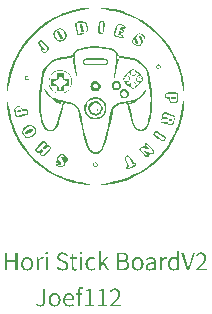
<source format=gto>
G04 Layer: TopSilkscreenLayer*
G04 EasyEDA v6.5.42, 2024-06-07 13:56:55*
G04 7482dcffd15b4418b76771f7c21639d5,5b5938e4044e44979b54ac5d61ce4e13,10*
G04 Gerber Generator version 0.2*
G04 Scale: 100 percent, Rotated: No, Reflected: No *
G04 Dimensions in millimeters *
G04 leading zeros omitted , absolute positions ,4 integer and 5 decimal *
%FSLAX45Y45*%
%MOMM*%

%ADD10C,0.0001*%

%LPD*%
G36*
X2005990Y19419011D02*
G01*
X1994154Y19418960D01*
X1991360Y19417080D01*
X1995119Y19414185D01*
X2010206Y19409664D01*
X2032152Y19404838D01*
X2089556Y19394424D01*
X2116734Y19388632D01*
X2146249Y19381368D01*
X2182114Y19370954D01*
X2212441Y19360591D01*
X2244293Y19348094D01*
X2266188Y19338493D01*
X2302662Y19320560D01*
X2337968Y19300342D01*
X2367737Y19281190D01*
X2399487Y19258635D01*
X2427681Y19236436D01*
X2453182Y19214642D01*
X2499614Y19168262D01*
X2518511Y19146520D01*
X2539238Y19121018D01*
X2555544Y19098971D01*
X2572258Y19074739D01*
X2586634Y19052082D01*
X2598826Y19031305D01*
X2611170Y19008648D01*
X2622804Y18985331D01*
X2634234Y18959525D01*
X2646121Y18930264D01*
X2658719Y18893434D01*
X2668168Y18862243D01*
X2675534Y18832982D01*
X2681173Y18806566D01*
X2693670Y18740424D01*
X2699156Y18717310D01*
X2702102Y18711621D01*
X2703677Y18711621D01*
X2704896Y18717514D01*
X2704896Y18747028D01*
X2702052Y18777508D01*
X2699105Y18798997D01*
X2692704Y18831356D01*
X2685897Y18858484D01*
X2678480Y18883985D01*
X2668219Y18915176D01*
X2658516Y18941186D01*
X2646324Y18970498D01*
X2635605Y18994475D01*
X2613609Y19037909D01*
X2597810Y19065341D01*
X2581757Y19090843D01*
X2569464Y19108775D01*
X2555290Y19127673D01*
X2541066Y19145605D01*
X2518511Y19172021D01*
X2466390Y19224091D01*
X2438095Y19248272D01*
X2416352Y19265646D01*
X2401214Y19277076D01*
X2378557Y19292976D01*
X2352141Y19310146D01*
X2323795Y19326758D01*
X2274671Y19351853D01*
X2241397Y19366941D01*
X2215184Y19377253D01*
X2186838Y19387007D01*
X2150973Y19397421D01*
X2121712Y19404939D01*
X2085797Y19411289D01*
X2048967Y19416166D01*
X2017775Y19419011D01*
G37*
G36*
X1875180Y19417842D02*
G01*
X1861972Y19417131D01*
X1833118Y19414236D01*
X1805279Y19408495D01*
X1765604Y19398386D01*
X1722170Y19385838D01*
X1683461Y19372884D01*
X1653235Y19360134D01*
X1597507Y19332194D01*
X1554429Y19307606D01*
X1520291Y19285813D01*
X1495450Y19267271D01*
X1471930Y19247612D01*
X1449222Y19227038D01*
X1405128Y19183350D01*
X1376476Y19152158D01*
X1357579Y19129552D01*
X1343253Y19110655D01*
X1322425Y19079464D01*
X1305458Y19051168D01*
X1287830Y19019062D01*
X1270965Y18984112D01*
X1258671Y18955766D01*
X1246784Y18925540D01*
X1234287Y18888760D01*
X1225956Y18860363D01*
X1220266Y18837706D01*
X1215593Y18815964D01*
X1211732Y18793307D01*
X1209802Y18779896D01*
X1206957Y18748959D01*
X1206957Y18716498D01*
X1208125Y18713500D01*
X1209598Y18713500D01*
X1212545Y18720968D01*
X1217218Y18739510D01*
X1228750Y18800876D01*
X1237132Y18838672D01*
X1247698Y18876416D01*
X1261465Y18917970D01*
X1275740Y18953886D01*
X1287932Y18981267D01*
X1303528Y19012408D01*
X1314907Y19033236D01*
X1330045Y19058686D01*
X1347927Y19086118D01*
X1364183Y19108775D01*
X1380134Y19129552D01*
X1402943Y19156883D01*
X1423873Y19179590D01*
X1455826Y19211036D01*
X1470964Y19224650D01*
X1497939Y19247307D01*
X1532686Y19273367D01*
X1568196Y19296888D01*
X1598422Y19314820D01*
X1627733Y19330568D01*
X1649425Y19340779D01*
X1689100Y19356527D01*
X1725930Y19369074D01*
X1763725Y19380454D01*
X1810969Y19392341D01*
X1879904Y19405854D01*
X1906879Y19412458D01*
X1911553Y19414591D01*
X1911553Y19415963D01*
X1906320Y19417131D01*
G37*
G36*
X2002688Y19307098D02*
G01*
X1991563Y19305727D01*
X1989074Y19303644D01*
X1986178Y19294805D01*
X1983435Y19281597D01*
X1979422Y19250406D01*
X1978304Y19220992D01*
X1979563Y19216827D01*
X1989734Y19216827D01*
X1992833Y19255130D01*
X1995728Y19283476D01*
X1998370Y19296481D01*
X2001316Y19300952D01*
X2004568Y19300952D01*
X2013813Y19298107D01*
X2019096Y19298107D01*
X2022043Y19293941D01*
X2022043Y19274383D01*
X2018284Y19240042D01*
X2016556Y19213322D01*
X2014372Y19209258D01*
X2009292Y19207327D01*
X1998878Y19208546D01*
X1990953Y19212052D01*
X1989734Y19216827D01*
X1979563Y19216827D01*
X1982266Y19207886D01*
X1987600Y19202806D01*
X1995576Y19199961D01*
X2007057Y19197929D01*
X2017166Y19200825D01*
X2021839Y19206464D01*
X2025853Y19218402D01*
X2029663Y19238163D01*
X2032406Y19263664D01*
X2032406Y19285356D01*
X2029612Y19298412D01*
X2026615Y19302984D01*
X2019807Y19305828D01*
G37*
G36*
X1842363Y19301917D02*
G01*
X1816607Y19301764D01*
X1799843Y19298208D01*
X1789328Y19292925D01*
X1785569Y19287744D01*
X1784756Y19276415D01*
X1785639Y19265493D01*
X1796288Y19265493D01*
X1796288Y19282003D01*
X1801926Y19288404D01*
X1810562Y19290842D01*
X1830781Y19292265D01*
X1853438Y19291909D01*
X1862378Y19287591D01*
X1871827Y19277228D01*
X1877618Y19265036D01*
X1880616Y19249491D01*
X1879549Y19230594D01*
X1876298Y19221145D01*
X1870659Y19213169D01*
X1863852Y19208496D01*
X1855114Y19204635D01*
X1842109Y19201841D01*
X1808581Y19199606D01*
X1807616Y19200571D01*
X1796288Y19265493D01*
X1785639Y19265493D01*
X1786991Y19248780D01*
X1790700Y19225869D01*
X1794611Y19211696D01*
X1799437Y19199402D01*
X1805787Y19189395D01*
X1812442Y19186601D01*
X1832660Y19188633D01*
X1850389Y19193306D01*
X1866087Y19200672D01*
X1876298Y19207429D01*
X1886153Y19217487D01*
X1890572Y19224955D01*
X1893824Y19236182D01*
X1892807Y19252336D01*
X1889760Y19263664D01*
X1885645Y19274028D01*
X1879041Y19285356D01*
X1869490Y19294856D01*
X1858365Y19299123D01*
G37*
G36*
X1829816Y19282613D02*
G01*
X1826056Y19281851D01*
X1822754Y19278955D01*
X1822754Y19274840D01*
X1832254Y19224955D01*
X1836013Y19212204D01*
X1839823Y19210172D01*
X1843989Y19211442D01*
X1852066Y19216420D01*
X1855114Y19224498D01*
X1851914Y19249491D01*
X1848205Y19265341D01*
X1844395Y19274028D01*
X1839264Y19279412D01*
X1835556Y19281394D01*
G37*
G36*
X2158847Y19282054D02*
G01*
X2151888Y19281851D01*
X2145741Y19280428D01*
X2139442Y19276110D01*
X2135276Y19270014D01*
X2127097Y19251371D01*
X2118258Y19225869D01*
X2112568Y19204127D01*
X2112446Y19194830D01*
X2119274Y19194830D01*
X2135073Y19239077D01*
X2147925Y19276415D01*
X2149094Y19276415D01*
X2188972Y19263309D01*
X2202891Y19256349D01*
X2207158Y19252438D01*
X2207158Y19248069D01*
X2203754Y19248069D01*
X2183993Y19254774D01*
X2174189Y19255079D01*
X2170074Y19251371D01*
X2164638Y19240042D01*
X2165807Y19234353D01*
X2168906Y19230898D01*
X2173630Y19228409D01*
X2183079Y19227088D01*
X2187295Y19223177D01*
X2187295Y19214998D01*
X2182876Y19214998D01*
X2168550Y19221602D01*
X2163013Y19221602D01*
X2157780Y19217487D01*
X2152599Y19206057D01*
X2147671Y19190360D01*
X2147671Y19188785D01*
X2155698Y19186804D01*
X2170379Y19183756D01*
X2178354Y19180302D01*
X2182774Y19175526D01*
X2182063Y19172021D01*
X2168906Y19172224D01*
X2139035Y19182130D01*
X2120392Y19191427D01*
X2119274Y19194830D01*
X2112446Y19194830D01*
X2112416Y19190919D01*
X2116480Y19182994D01*
X2122627Y19178320D01*
X2131314Y19174561D01*
X2148738Y19168821D01*
X2169820Y19164096D01*
X2183231Y19162877D01*
X2189175Y19165925D01*
X2192274Y19170650D01*
X2191258Y19178422D01*
X2183993Y19185890D01*
X2175256Y19190360D01*
X2169363Y19196253D01*
X2169363Y19199098D01*
X2171293Y19202704D01*
X2176475Y19205295D01*
X2183993Y19206667D01*
X2191562Y19211036D01*
X2196033Y19218960D01*
X2195068Y19226276D01*
X2188108Y19234708D01*
X2188718Y19240042D01*
X2195322Y19242278D01*
X2205736Y19242430D01*
X2211832Y19246138D01*
X2213051Y19251015D01*
X2211933Y19257822D01*
X2204923Y19265036D01*
X2190597Y19272402D01*
X2172258Y19279260D01*
G37*
G36*
X1657959Y19244259D02*
G01*
X1645666Y19244106D01*
X1635302Y19241770D01*
X1627733Y19239331D01*
X1617014Y19232930D01*
X1606956Y19222008D01*
X1601622Y19211086D01*
X1598726Y19197523D01*
X1599213Y19191376D01*
X1610004Y19191376D01*
X1610868Y19206159D01*
X1615186Y19215100D01*
X1623263Y19225056D01*
X1633372Y19232016D01*
X1643786Y19235826D01*
X1661718Y19235216D01*
X1672336Y19230086D01*
X1684578Y19218859D01*
X1692351Y19206972D01*
X1697532Y19193764D01*
X1697634Y19169227D01*
X1692351Y19158458D01*
X1682394Y19149364D01*
X1672843Y19144234D01*
X1660804Y19141135D01*
X1648714Y19142252D01*
X1636826Y19147790D01*
X1628089Y19155867D01*
X1616608Y19172986D01*
X1612493Y19182435D01*
X1610004Y19191376D01*
X1599213Y19191376D01*
X1599793Y19183350D01*
X1603806Y19171107D01*
X1610512Y19158966D01*
X1625854Y19143014D01*
X1637182Y19135039D01*
X1642821Y19132956D01*
X1650390Y19131838D01*
X1664563Y19133820D01*
X1676857Y19136817D01*
X1690979Y19143522D01*
X1701952Y19154495D01*
X1708251Y19168262D01*
X1710385Y19178270D01*
X1710385Y19191579D01*
X1707388Y19203212D01*
X1700530Y19217386D01*
X1682496Y19235420D01*
X1670710Y19241566D01*
G37*
G36*
X1634896Y19221602D02*
G01*
X1630933Y19217386D01*
X1632204Y19209816D01*
X1635963Y19199402D01*
X1647850Y19174866D01*
X1657197Y19160591D01*
X1664512Y19154597D01*
X1670507Y19153428D01*
X1674622Y19154749D01*
X1677314Y19161099D01*
X1677314Y19167348D01*
X1673402Y19181419D01*
X1665782Y19196608D01*
X1657705Y19207937D01*
X1646224Y19218859D01*
X1639570Y19221602D01*
G37*
G36*
X2331364Y19201739D02*
G01*
X2323795Y19201587D01*
X2315819Y19200012D01*
X2307132Y19196151D01*
X2299817Y19190411D01*
X2273808Y19157086D01*
X2265883Y19144996D01*
X2263597Y19135598D01*
X2264909Y19130467D01*
X2273757Y19130467D01*
X2273757Y19142913D01*
X2278989Y19149771D01*
X2286558Y19151854D01*
X2290724Y19150533D01*
X2292146Y19148450D01*
X2292146Y19144640D01*
X2285796Y19135191D01*
X2284476Y19131026D01*
X2287270Y19125641D01*
X2300681Y19112992D01*
X2305456Y19112992D01*
X2310892Y19115786D01*
X2314803Y19120815D01*
X2314803Y19127470D01*
X2303678Y19148450D01*
X2300630Y19158966D01*
X2300376Y19172123D01*
X2303526Y19181673D01*
X2310282Y19189547D01*
X2316226Y19192646D01*
X2321915Y19194170D01*
X2334158Y19193357D01*
X2347925Y19186398D01*
X2358034Y19176644D01*
X2362809Y19167195D01*
X2364130Y19160236D01*
X2362911Y19153682D01*
X2358085Y19147942D01*
X2352497Y19147942D01*
X2347163Y19150736D01*
X2345994Y19153784D01*
X2345994Y19157442D01*
X2348890Y19158559D01*
X2351582Y19163741D01*
X2349754Y19170345D01*
X2344267Y19177914D01*
X2335479Y19182181D01*
X2327910Y19181165D01*
X2324100Y19177711D01*
X2325268Y19168262D01*
X2342134Y19133312D01*
X2343404Y19126149D01*
X2337562Y19114414D01*
X2330551Y19107251D01*
X2321915Y19102171D01*
X2303881Y19102171D01*
X2288895Y19109537D01*
X2278837Y19119596D01*
X2273757Y19130467D01*
X2264909Y19130467D01*
X2265832Y19126860D01*
X2270353Y19119088D01*
X2281275Y19106489D01*
X2289759Y19100393D01*
X2303018Y19094348D01*
X2313025Y19092214D01*
X2322982Y19092214D01*
X2332634Y19095110D01*
X2342692Y19106235D01*
X2354884Y19125742D01*
X2369362Y19155054D01*
X2372614Y19164960D01*
X2371344Y19172478D01*
X2364282Y19183350D01*
X2354275Y19193154D01*
X2343454Y19198894D01*
G37*
G36*
X1495348Y19147028D02*
G01*
X1484071Y19141389D01*
X1472285Y19130721D01*
X1468577Y19123304D01*
X1479854Y19123304D01*
X1482445Y19129552D01*
X1489405Y19135699D01*
X1493215Y19135699D01*
X1501190Y19131686D01*
X1529486Y19103035D01*
X1541373Y19088252D01*
X1546453Y19078549D01*
X1546453Y19063411D01*
X1542338Y19055689D01*
X1535328Y19049492D01*
X1529080Y19046901D01*
X1519529Y19046901D01*
X1512976Y19049644D01*
X1506220Y19054775D01*
X1500581Y19063004D01*
X1501190Y19068135D01*
X1506829Y19067729D01*
X1517243Y19060414D01*
X1523288Y19057315D01*
X1528724Y19057315D01*
X1529892Y19058483D01*
X1527098Y19065240D01*
X1519631Y19075095D01*
X1492808Y19104051D01*
X1483360Y19115379D01*
X1479854Y19123304D01*
X1468577Y19123304D01*
X1468577Y19116141D01*
X1473504Y19106896D01*
X1486662Y19090182D01*
X1492808Y19080429D01*
X1495247Y19074333D01*
X1492910Y19063868D01*
X1495399Y19054927D01*
X1506829Y19043548D01*
X1520037Y19038214D01*
X1529588Y19037249D01*
X1538020Y19041465D01*
X1547672Y19049288D01*
X1554988Y19059194D01*
X1559306Y19070980D01*
X1558391Y19082816D01*
X1554632Y19091300D01*
X1546199Y19102273D01*
X1527606Y19121831D01*
X1507794Y19139763D01*
X1496618Y19147028D01*
G37*
G36*
X1970582Y19090335D02*
G01*
X1922373Y19090030D01*
X1892147Y19088658D01*
X1863852Y19083731D01*
X1837385Y19077889D01*
X1815693Y19071336D01*
X1798675Y19064630D01*
X1786382Y19057924D01*
X1771802Y19043751D01*
X1764182Y19032118D01*
X1762150Y19020942D01*
X1759000Y19017335D01*
X1751228Y19013881D01*
X1738223Y19011138D01*
X1684375Y19003365D01*
X1665478Y18999504D01*
X1642821Y18993866D01*
X1614525Y18984468D01*
X1588058Y18971463D01*
X1566316Y18953734D01*
X1546250Y18935598D01*
X1532382Y18920256D01*
X1521714Y18905321D01*
X1512214Y18886830D01*
X1505559Y18867729D01*
X1499920Y18844310D01*
X1496009Y18821654D01*
X1491335Y18783858D01*
X1489252Y18764046D01*
X1477111Y18679058D01*
X1474165Y18654471D01*
X1473880Y18645581D01*
X1491945Y18645581D01*
X1494180Y18687542D01*
X1497939Y18723457D01*
X1512976Y18827343D01*
X1515922Y18844310D01*
X1519682Y18859449D01*
X1525524Y18877381D01*
X1533448Y18894399D01*
X1541526Y18907556D01*
X1551533Y18921018D01*
X1567738Y18937274D01*
X1582420Y18948450D01*
X1595170Y18956223D01*
X1612493Y18964910D01*
X1629613Y18971514D01*
X1650390Y18977762D01*
X1667408Y18981623D01*
X1689100Y18985484D01*
X1732534Y18990259D01*
X1743710Y18992240D01*
X1753412Y18995898D01*
X1760220Y19003010D01*
X1766773Y19013373D01*
X1773936Y19027546D01*
X1774748Y19025209D01*
X1772716Y18999200D01*
X1770735Y18992189D01*
X1767839Y18989294D01*
X1761591Y18989294D01*
X1760423Y18986296D01*
X1760423Y18978880D01*
X1763217Y18960185D01*
X1769821Y18925540D01*
X1778355Y18882664D01*
X1785721Y18853759D01*
X1789785Y18842990D01*
X1793341Y18838672D01*
X1796796Y18842024D01*
X1796389Y18862294D01*
X1793443Y18893434D01*
X1785010Y18974663D01*
X1782114Y19005804D01*
X1780895Y19038062D01*
X1786382Y19043243D01*
X1801520Y19050508D01*
X1829816Y19060058D01*
X1860042Y19067627D01*
X1881784Y19071336D01*
X1903526Y19073520D01*
X1929028Y19074942D01*
X1970582Y19075247D01*
X2005533Y19073368D01*
X2025345Y19071386D01*
X2053691Y19066560D01*
X2087067Y19058229D01*
X2111298Y19049898D01*
X2123694Y19044310D01*
X2130907Y19037960D01*
X2129739Y19004889D01*
X2126843Y18974663D01*
X2117496Y18885865D01*
X2113635Y18844107D01*
X2113229Y18823533D01*
X2114753Y18821095D01*
X2117394Y18823279D01*
X2122170Y18838367D01*
X2130552Y18871692D01*
X2140915Y18917970D01*
X2148535Y18955766D01*
X2152396Y18979388D01*
X2152396Y18985484D01*
X2148027Y18988328D01*
X2141575Y18986449D01*
X2137714Y18990310D01*
X2137105Y19027089D01*
X2138680Y19027038D01*
X2150008Y19005143D01*
X2157323Y18996761D01*
X2164283Y18993205D01*
X2178354Y18990360D01*
X2217064Y18986398D01*
X2236927Y18983502D01*
X2260498Y18978727D01*
X2282139Y18972174D01*
X2296769Y18966535D01*
X2317191Y18956070D01*
X2334158Y18944590D01*
X2348433Y18932804D01*
X2366518Y18913906D01*
X2379218Y18894907D01*
X2387346Y18876416D01*
X2392375Y18860363D01*
X2397861Y18835827D01*
X2403551Y18795238D01*
X2410256Y18745149D01*
X2415032Y18714923D01*
X2418588Y18687542D01*
X2420772Y18640348D01*
X2419553Y18600674D01*
X2417673Y18568568D01*
X2413965Y18529808D01*
X2409190Y18496788D01*
X2402586Y18464022D01*
X2396185Y18442940D01*
X2389682Y18427852D01*
X2383586Y18417438D01*
X2375306Y18405856D01*
X2363470Y18395137D01*
X2350262Y18388584D01*
X2338425Y18386552D01*
X2326640Y18388584D01*
X2312974Y18395340D01*
X2300986Y18407126D01*
X2292858Y18419114D01*
X2284730Y18436336D01*
X2275992Y18461837D01*
X2263952Y18504306D01*
X2251506Y18551550D01*
X2233422Y18623076D01*
X2236266Y18625921D01*
X2245410Y18623686D01*
X2249728Y18620892D01*
X2251405Y18616472D01*
X2248611Y18605804D01*
X2249779Y18603976D01*
X2255012Y18603976D01*
X2265222Y18607481D01*
X2280818Y18615304D01*
X2301646Y18629376D01*
X2319832Y18644057D01*
X2338882Y18661278D01*
X2357475Y18680633D01*
X2372766Y18699835D01*
X2380843Y18712281D01*
X2393188Y18737376D01*
X2393188Y18741237D01*
X2388616Y18736919D01*
X2357780Y18693231D01*
X2334158Y18669457D01*
X2316226Y18657620D01*
X2296820Y18648222D01*
X2269032Y18639078D01*
X2238806Y18632322D01*
X2188718Y18623737D01*
X2167178Y18618911D01*
X2148128Y18613272D01*
X2130247Y18604839D01*
X2116480Y18594476D01*
X2106523Y18582386D01*
X2098040Y18567654D01*
X2089912Y18546978D01*
X2081733Y18518479D01*
X2072081Y18475045D01*
X2056892Y18400420D01*
X2045512Y18349417D01*
X2037080Y18315736D01*
X2026767Y18280075D01*
X2018131Y18255945D01*
X2005939Y18231002D01*
X1995017Y18216270D01*
X1981962Y18204484D01*
X1966772Y18196864D01*
X1954987Y18194680D01*
X1943607Y18196814D01*
X1931568Y18202757D01*
X1920646Y18212460D01*
X1909622Y18226328D01*
X1900580Y18241772D01*
X1892757Y18259704D01*
X1883105Y18288050D01*
X1872691Y18323966D01*
X1860651Y18372124D01*
X1851914Y18411799D01*
X1836826Y18487339D01*
X1829206Y18521172D01*
X1821789Y18547486D01*
X1815439Y18563894D01*
X1809292Y18576086D01*
X1801622Y18587415D01*
X1790395Y18598489D01*
X1777136Y18607074D01*
X1759966Y18614085D01*
X1742948Y18618911D01*
X1721205Y18623737D01*
X1668322Y18633135D01*
X1654149Y18636132D01*
X1629257Y18642634D01*
X1609801Y18650000D01*
X1595628Y18657062D01*
X1580489Y18666917D01*
X1567586Y18677890D01*
X1551178Y18696990D01*
X1525422Y18733820D01*
X1518716Y18741390D01*
X1518666Y18737580D01*
X1529943Y18714313D01*
X1540002Y18698870D01*
X1552956Y18682817D01*
X1569161Y18665139D01*
X1591818Y18644260D01*
X1613560Y18626886D01*
X1630578Y18615609D01*
X1642821Y18608852D01*
X1656638Y18603976D01*
X1662074Y18603976D01*
X1663242Y18605804D01*
X1661007Y18613882D01*
X1661160Y18619571D01*
X1665884Y18623635D01*
X1675790Y18625769D01*
X1678432Y18623076D01*
X1660194Y18550585D01*
X1649018Y18508014D01*
X1637792Y18468441D01*
X1629105Y18442635D01*
X1620824Y18422823D01*
X1612798Y18408954D01*
X1598422Y18394730D01*
X1583334Y18387212D01*
X1562455Y18387212D01*
X1547622Y18394527D01*
X1534058Y18407989D01*
X1526489Y18419318D01*
X1518818Y18433491D01*
X1512011Y18451880D01*
X1504543Y18480735D01*
X1499768Y18508116D01*
X1496009Y18537783D01*
X1492961Y18572327D01*
X1491945Y18645581D01*
X1473880Y18645581D01*
X1473047Y18619571D01*
X1475282Y18589345D01*
X1478991Y18552515D01*
X1483817Y18513755D01*
X1489405Y18480278D01*
X1496771Y18450509D01*
X1502765Y18433491D01*
X1511096Y18415762D01*
X1521409Y18400268D01*
X1539087Y18383351D01*
X1554226Y18375477D01*
X1565300Y18372582D01*
X1580896Y18372582D01*
X1595882Y18377306D01*
X1609801Y18386450D01*
X1622755Y18399455D01*
X1633982Y18416473D01*
X1642465Y18434253D01*
X1649984Y18456097D01*
X1662074Y18498667D01*
X1672539Y18538342D01*
X1679143Y18566028D01*
X1683004Y18583656D01*
X1684731Y18600166D01*
X1687931Y18605601D01*
X1693773Y18609005D01*
X1708302Y18609868D01*
X1727860Y18606668D01*
X1750110Y18601080D01*
X1762607Y18596406D01*
X1773936Y18590615D01*
X1784807Y18582233D01*
X1794510Y18569482D01*
X1803654Y18550585D01*
X1811274Y18527014D01*
X1817928Y18500547D01*
X1837994Y18407075D01*
X1849983Y18355106D01*
X1859686Y18316397D01*
X1868220Y18286171D01*
X1876806Y18259704D01*
X1884324Y18240857D01*
X1895449Y18219115D01*
X1907793Y18202706D01*
X1920493Y18192089D01*
X1932432Y18185333D01*
X1943658Y18181828D01*
X1958492Y18180608D01*
X1972716Y18183758D01*
X1987550Y18190972D01*
X1999234Y18199811D01*
X2009139Y18210631D01*
X2017522Y18223585D01*
X2030425Y18250255D01*
X2041702Y18280481D01*
X2052218Y18313958D01*
X2061464Y18348502D01*
X2071166Y18389498D01*
X2082393Y18445784D01*
X2091994Y18495822D01*
X2099614Y18527014D01*
X2107133Y18549366D01*
X2115769Y18566638D01*
X2123795Y18578017D01*
X2133346Y18586907D01*
X2145030Y18594476D01*
X2160422Y18600420D01*
X2184958Y18606617D01*
X2202738Y18609614D01*
X2214321Y18609614D01*
X2222703Y18605398D01*
X2227072Y18596711D01*
X2232558Y18565723D01*
X2238349Y18540222D01*
X2246020Y18511012D01*
X2256282Y18475045D01*
X2267813Y18440095D01*
X2273401Y18425922D01*
X2283002Y18408599D01*
X2295144Y18392343D01*
X2308250Y18381065D01*
X2321712Y18374309D01*
X2335123Y18371464D01*
X2346452Y18372582D01*
X2354986Y18375172D01*
X2364384Y18379795D01*
X2372614Y18385028D01*
X2388616Y18400369D01*
X2398877Y18415812D01*
X2409139Y18437301D01*
X2417876Y18462752D01*
X2423464Y18484291D01*
X2429002Y18512840D01*
X2431897Y18532652D01*
X2433929Y18550585D01*
X2436622Y18585535D01*
X2436622Y18649746D01*
X2433878Y18688812D01*
X2430119Y18720612D01*
X2424277Y18757442D01*
X2413152Y18834354D01*
X2411018Y18846190D01*
X2406497Y18864173D01*
X2400960Y18880226D01*
X2394153Y18895974D01*
X2387193Y18908522D01*
X2377795Y18922695D01*
X2365959Y18936868D01*
X2352141Y18950279D01*
X2341727Y18958864D01*
X2321356Y18972225D01*
X2298293Y18983452D01*
X2277516Y18991122D01*
X2258618Y18996710D01*
X2237130Y19001587D01*
X2215184Y19005245D01*
X2186838Y19009207D01*
X2164791Y19012916D01*
X2152650Y19016675D01*
X2147671Y19021653D01*
X2147671Y19028562D01*
X2145080Y19038366D01*
X2139645Y19046291D01*
X2127758Y19056096D01*
X2107488Y19066560D01*
X2085136Y19074282D01*
X2058416Y19080835D01*
X2030984Y19085509D01*
X2003602Y19088455D01*
G37*
G36*
X1901596Y18990056D02*
G01*
X1879854Y18988481D01*
X1867103Y18985534D01*
X1859940Y18981877D01*
X1853082Y18974308D01*
X1850847Y18966180D01*
X1851795Y18953886D01*
X1860550Y18953886D01*
X1860550Y18965875D01*
X1863547Y18972174D01*
X1867814Y18975019D01*
X1878177Y18978016D01*
X1895957Y18979743D01*
X1993239Y18978880D01*
X2027936Y18977000D01*
X2040382Y18975019D01*
X2046630Y18972072D01*
X2050745Y18966281D01*
X2051507Y18955766D01*
X2045766Y18947942D01*
X2036521Y18944844D01*
X2020620Y18943015D01*
X1962048Y18940932D01*
X1882749Y18941846D01*
X1872488Y18944082D01*
X1864106Y18948044D01*
X1860550Y18953886D01*
X1851795Y18953886D01*
X1851914Y18952260D01*
X1856790Y18942304D01*
X1863852Y18937427D01*
X1871878Y18934582D01*
X1891233Y18931636D01*
X1956155Y18929451D01*
X2022500Y18931737D01*
X2034793Y18933617D01*
X2046122Y18936462D01*
X2054606Y18941592D01*
X2060295Y18952921D01*
X2060295Y18974054D01*
X2056333Y18979388D01*
X2050084Y18983655D01*
X2040432Y18986550D01*
X2020620Y18989548D01*
G37*
G36*
X2486253Y18939205D02*
G01*
X2477516Y18936411D01*
X2469845Y18928740D01*
X2467610Y18922034D01*
X2468056Y18917970D01*
X2476347Y18917970D01*
X2476347Y18922847D01*
X2483053Y18930721D01*
X2489606Y18932601D01*
X2496108Y18929908D01*
X2499918Y18923660D01*
X2499918Y18917462D01*
X2497378Y18911316D01*
X2492451Y18908064D01*
X2486609Y18908064D01*
X2481122Y18910909D01*
X2476347Y18917970D01*
X2468067Y18917869D01*
X2468524Y18913754D01*
X2473706Y18906947D01*
X2479548Y18903391D01*
X2488133Y18902121D01*
X2498394Y18904254D01*
X2505659Y18909080D01*
X2509367Y18915176D01*
X2509367Y18924727D01*
X2503881Y18933414D01*
X2495702Y18938189D01*
G37*
G36*
X2272792Y18899378D02*
G01*
X2265222Y18897854D01*
X2255621Y18894196D01*
X2246325Y18887897D01*
X2229764Y18873927D01*
X2209800Y18853759D01*
X2206859Y18850152D01*
X2216556Y18850152D01*
X2240584Y18875248D01*
X2242074Y18870777D01*
X2253843Y18870777D01*
X2255418Y18881140D01*
X2260142Y18889218D01*
X2267559Y18894145D01*
X2273757Y18895618D01*
X2280361Y18894602D01*
X2285339Y18892062D01*
X2291892Y18884392D01*
X2295906Y18873927D01*
X2295906Y18866967D01*
X2292299Y18861074D01*
X2285492Y18854267D01*
X2277516Y18850152D01*
X2267102Y18850102D01*
X2259279Y18854166D01*
X2255113Y18860973D01*
X2253843Y18870777D01*
X2242074Y18870777D01*
X2246172Y18858484D01*
X2258618Y18846038D01*
X2269540Y18841974D01*
X2277465Y18841974D01*
X2287727Y18847155D01*
X2298547Y18857823D01*
X2305862Y18871590D01*
X2308199Y18872352D01*
X2320696Y18860363D01*
X2329942Y18849746D01*
X2318105Y18845479D01*
X2309622Y18840856D01*
X2302510Y18832068D01*
X2298750Y18820028D01*
X2298750Y18817285D01*
X2304338Y18817285D01*
X2305608Y18824498D01*
X2310079Y18832372D01*
X2316124Y18836690D01*
X2324760Y18839129D01*
X2335377Y18838214D01*
X2344521Y18834862D01*
X2348890Y18828308D01*
X2348331Y18821654D01*
X2345080Y18821044D01*
X2324760Y18833439D01*
X2320696Y18833439D01*
X2319528Y18830493D01*
X2319528Y18805956D01*
X2321306Y18807023D01*
X2325370Y18825413D01*
X2326284Y18828766D01*
X2337968Y18819926D01*
X2347874Y18811595D01*
X2347874Y18806464D01*
X2339848Y18798590D01*
X2332837Y18795695D01*
X2321915Y18795695D01*
X2312466Y18800114D01*
X2306472Y18806922D01*
X2304338Y18817285D01*
X2298750Y18817285D01*
X2298750Y18813119D01*
X2301290Y18803315D01*
X2305761Y18796812D01*
X2313228Y18791936D01*
X2323236Y18789040D01*
X2328367Y18784620D01*
X2325928Y18778728D01*
X2305202Y18758712D01*
X2304288Y18759627D01*
X2300528Y18774308D01*
X2297023Y18781166D01*
X2289810Y18788176D01*
X2282139Y18791885D01*
X2273249Y18793104D01*
X2261666Y18790666D01*
X2253234Y18784824D01*
X2247696Y18777153D01*
X2240588Y18759932D01*
X2251405Y18759932D01*
X2251405Y18767806D01*
X2253234Y18772530D01*
X2258923Y18780302D01*
X2268931Y18785281D01*
X2278024Y18785281D01*
X2285085Y18782385D01*
X2290521Y18777254D01*
X2294991Y18767806D01*
X2294991Y18760795D01*
X2291181Y18750686D01*
X2284374Y18742710D01*
X2277110Y18739002D01*
X2268880Y18739002D01*
X2260193Y18744742D01*
X2255215Y18751346D01*
X2251405Y18759932D01*
X2240588Y18759932D01*
X2240483Y18759678D01*
X2239010Y18759576D01*
X2221077Y18779134D01*
X2218283Y18783401D01*
X2219248Y18785992D01*
X2231542Y18792850D01*
X2240991Y18800318D01*
X2247036Y18812611D01*
X2246934Y18824854D01*
X2243328Y18833084D01*
X2237079Y18840196D01*
X2216556Y18850152D01*
X2206859Y18850152D01*
X2198979Y18840551D01*
X2192832Y18831509D01*
X2192205Y18830137D01*
X2197557Y18830137D01*
X2203805Y18835370D01*
X2213305Y18839027D01*
X2224227Y18839129D01*
X2230272Y18836589D01*
X2236520Y18831356D01*
X2240330Y18823889D01*
X2241397Y18814592D01*
X2238197Y18806109D01*
X2229053Y18797930D01*
X2221585Y18795695D01*
X2214219Y18795746D01*
X2206650Y18799149D01*
X2200300Y18806414D01*
X2197608Y18812814D01*
X2198827Y18816523D01*
X2206193Y18819520D01*
X2206193Y18822111D01*
X2198776Y18826988D01*
X2197557Y18830137D01*
X2192205Y18830137D01*
X2187956Y18820841D01*
X2188108Y18812814D01*
X2194864Y18799911D01*
X2207615Y18782944D01*
X2231237Y18759170D01*
X2250541Y18743828D01*
X2263343Y18736310D01*
X2272995Y18733211D01*
X2281275Y18735395D01*
X2293569Y18741847D01*
X2309977Y18754039D01*
X2331110Y18774410D01*
X2342896Y18789548D01*
X2354681Y18807480D01*
X2359304Y18816624D01*
X2353767Y18828512D01*
X2342438Y18845326D01*
X2327859Y18864173D01*
X2317191Y18875146D01*
X2304288Y18881953D01*
X2290419Y18894907D01*
X2282240Y18898412D01*
G37*
G36*
X1641906Y18889065D02*
G01*
X1633067Y18887490D01*
X1622044Y18884392D01*
X1612595Y18880480D01*
X1599387Y18871742D01*
X1580489Y18852743D01*
X1568500Y18835827D01*
X1562049Y18823076D01*
X1559102Y18812205D01*
X1558036Y18784417D01*
X1559721Y18773495D01*
X1564436Y18773495D01*
X1564436Y18803721D01*
X1567891Y18817894D01*
X1573530Y18831966D01*
X1582369Y18846952D01*
X1598828Y18864326D01*
X1612595Y18873825D01*
X1622094Y18878600D01*
X1635760Y18882766D01*
X1653235Y18884087D01*
X1664563Y18883477D01*
X1678736Y18881496D01*
X1692910Y18877635D01*
X1704593Y18872352D01*
X1713433Y18866256D01*
X1726742Y18853759D01*
X1737309Y18840500D01*
X1745132Y18825413D01*
X1749094Y18812510D01*
X1751025Y18800216D01*
X1750974Y18777254D01*
X1747418Y18760236D01*
X1742186Y18747130D01*
X1735582Y18735700D01*
X1725574Y18723203D01*
X1715566Y18714770D01*
X1707032Y18709030D01*
X1693824Y18702426D01*
X1678482Y18697549D01*
X1661718Y18695314D01*
X1642821Y18696432D01*
X1628343Y18700191D01*
X1614322Y18705982D01*
X1599387Y18715736D01*
X1584756Y18730468D01*
X1575206Y18745098D01*
X1568704Y18758763D01*
X1564436Y18773495D01*
X1559721Y18773495D01*
X1560322Y18769736D01*
X1564182Y18755563D01*
X1571294Y18740424D01*
X1579727Y18727470D01*
X1593697Y18713348D01*
X1609293Y18702934D01*
X1624076Y18696736D01*
X1640941Y18692266D01*
X1678736Y18692368D01*
X1693672Y18696533D01*
X1707997Y18702731D01*
X1718767Y18709843D01*
X1731619Y18721781D01*
X1742541Y18736970D01*
X1751482Y18754598D01*
X1756714Y18770955D01*
X1759457Y18785484D01*
X1759457Y18793460D01*
X1756410Y18811240D01*
X1749907Y18829985D01*
X1742236Y18845276D01*
X1735683Y18855537D01*
X1725320Y18866358D01*
X1712722Y18874790D01*
X1703273Y18879515D01*
X1689100Y18884646D01*
X1673047Y18888354D01*
G37*
G36*
X1629460Y18867475D02*
G01*
X1628190Y18866205D01*
X1628190Y18813373D01*
X1581861Y18816726D01*
X1580642Y18815507D01*
X1578892Y18784011D01*
X1596694Y18784011D01*
X1596694Y18790056D01*
X1603146Y18796762D01*
X1626158Y18808039D01*
X1636522Y18818199D01*
X1642059Y18826378D01*
X1650238Y18841364D01*
X1656740Y18848578D01*
X1662074Y18848578D01*
X1666239Y18842736D01*
X1669745Y18831407D01*
X1669745Y18825870D01*
X1674926Y18824041D01*
X1677670Y18822466D01*
X1680311Y18814440D01*
X1689811Y18806972D01*
X1710740Y18796254D01*
X1717903Y18789802D01*
X1717903Y18785636D01*
X1713687Y18781623D01*
X1696669Y18771870D01*
X1684528Y18763234D01*
X1674012Y18752464D01*
X1664868Y18733262D01*
X1657756Y18725794D01*
X1653844Y18725794D01*
X1650085Y18731026D01*
X1642668Y18747181D01*
X1635556Y18758357D01*
X1621332Y18772073D01*
X1622501Y18777966D01*
X1619199Y18776492D01*
X1613154Y18775680D01*
X1602841Y18778880D01*
X1596694Y18784011D01*
X1578892Y18784011D01*
X1578203Y18771616D01*
X1578152Y18758865D01*
X1628190Y18758865D01*
X1628190Y18713500D01*
X1690573Y18713500D01*
X1685747Y18752718D01*
X1684629Y18758865D01*
X1733956Y18758865D01*
X1733956Y18818504D01*
X1697634Y18817336D01*
X1687982Y18816370D01*
X1686763Y18832068D01*
X1686763Y18865342D01*
X1632457Y18866662D01*
G37*
G36*
X1376476Y18844412D02*
G01*
X1370533Y18843193D01*
X1361643Y18838011D01*
X1357782Y18829223D01*
X1357664Y18820536D01*
X1364691Y18820536D01*
X1364742Y18827343D01*
X1367993Y18831509D01*
X1374597Y18834354D01*
X1380794Y18834404D01*
X1386890Y18831814D01*
X1390446Y18827851D01*
X1389329Y18820942D01*
X1385163Y18814897D01*
X1378864Y18810579D01*
X1373936Y18810579D01*
X1368958Y18814288D01*
X1364691Y18820536D01*
X1357664Y18820536D01*
X1357630Y18815964D01*
X1360017Y18810274D01*
X1364234Y18807531D01*
X1386027Y18806820D01*
X1393088Y18809766D01*
X1395831Y18816421D01*
X1395831Y18826175D01*
X1393647Y18833490D01*
X1387195Y18841059D01*
X1383131Y18843244D01*
G37*
G36*
X1947875Y18798540D02*
G01*
X1936546Y18794222D01*
X1927809Y18788176D01*
X1919986Y18779337D01*
X1914448Y18767806D01*
X1913091Y18759779D01*
X1917903Y18759779D01*
X1921509Y18750584D01*
X1936089Y18750584D01*
X1936089Y18760998D01*
X1938324Y18768415D01*
X1945081Y18775934D01*
X1952599Y18778728D01*
X1960981Y18777712D01*
X1968855Y18773089D01*
X1973580Y18766891D01*
X1978050Y18758357D01*
X1978101Y18746876D01*
X1972919Y18740120D01*
X1962657Y18735090D01*
X1951482Y18735141D01*
X1943658Y18738291D01*
X1938832Y18743980D01*
X1936089Y18750584D01*
X1921509Y18750584D01*
X1923999Y18744234D01*
X1928825Y18735852D01*
X1936546Y18727420D01*
X1947570Y18722187D01*
X1956714Y18720917D01*
X1968347Y18723914D01*
X1976221Y18728537D01*
X1984502Y18736513D01*
X1989429Y18747028D01*
X1989429Y18765113D01*
X1977694Y18789091D01*
X1978202Y18789091D01*
X1989023Y18775883D01*
X1995982Y18761303D01*
X1995982Y18748705D01*
X1989785Y18736157D01*
X1977948Y18724372D01*
X1964893Y18717768D01*
X1947824Y18717768D01*
X1933549Y18724829D01*
X1923034Y18735395D01*
X1916938Y18746876D01*
X1916023Y18759779D01*
X1913091Y18759779D01*
X1912315Y18755156D01*
X1914499Y18742050D01*
X1919935Y18730518D01*
X1929028Y18720816D01*
X1936089Y18716294D01*
X1945843Y18712484D01*
X1958390Y18710910D01*
X1969617Y18712688D01*
X1979066Y18717056D01*
X1988362Y18725286D01*
X1995373Y18736157D01*
X2000504Y18750229D01*
X1999843Y18765012D01*
X1994306Y18776340D01*
X1979066Y18791580D01*
X1966010Y18797981D01*
G37*
G36*
X2135073Y18798540D02*
G01*
X2123541Y18798286D01*
X2119782Y18797473D01*
X2110943Y18794628D01*
X2103120Y18786094D01*
X2097582Y18774359D01*
X2093569Y18758458D01*
X2094626Y18747028D01*
X2112264Y18747028D01*
X2112467Y18763081D01*
X2114804Y18774410D01*
X2121306Y18780556D01*
X2127351Y18782385D01*
X2137918Y18781725D01*
X2143861Y18778677D01*
X2150160Y18772327D01*
X2154072Y18763945D01*
X2155393Y18755258D01*
X2152446Y18745149D01*
X2145284Y18738291D01*
X2138680Y18734836D01*
X2125472Y18734786D01*
X2116023Y18739510D01*
X2112264Y18747028D01*
X2094626Y18747028D01*
X2094687Y18746368D01*
X2099360Y18736208D01*
X2104694Y18729248D01*
X2115464Y18722238D01*
X2127707Y18718936D01*
X2142439Y18719850D01*
X2155291Y18725692D01*
X2166416Y18736818D01*
X2169769Y18747994D01*
X2169718Y18769736D01*
X2166569Y18780252D01*
X2159000Y18788837D01*
X2149856Y18794730D01*
G37*
G36*
X2201011Y18730214D02*
G01*
X2195322Y18729502D01*
X2185060Y18726556D01*
X2174341Y18721171D01*
X2166518Y18712281D01*
X2163216Y18701715D01*
X2163216Y18685510D01*
X2174087Y18685510D01*
X2174138Y18696025D01*
X2178507Y18705474D01*
X2186127Y18712332D01*
X2199132Y18717158D01*
X2206599Y18717310D01*
X2217369Y18706185D01*
X2221585Y18697956D01*
X2222500Y18685459D01*
X2220315Y18678855D01*
X2214829Y18670168D01*
X2204770Y18664428D01*
X2193442Y18664428D01*
X2185517Y18668085D01*
X2177237Y18676366D01*
X2174087Y18685510D01*
X2163216Y18685510D01*
X2163216Y18676213D01*
X2168245Y18665850D01*
X2173173Y18660719D01*
X2181453Y18655842D01*
X2194407Y18653099D01*
X2204872Y18653099D01*
X2216099Y18655995D01*
X2226310Y18662040D01*
X2233472Y18671032D01*
X2237536Y18681903D01*
X2236825Y18698260D01*
X2229662Y18712688D01*
X2218334Y18724778D01*
X2208580Y18729401D01*
G37*
G36*
X2580690Y18702070D02*
G01*
X2559253Y18700394D01*
X2549144Y18697448D01*
X2543759Y18690894D01*
X2540152Y18680938D01*
X2540152Y18671895D01*
X2550007Y18671895D01*
X2550007Y18678093D01*
X2551887Y18684951D01*
X2557068Y18686983D01*
X2561793Y18687745D01*
X2646324Y18687999D01*
X2646324Y18662040D01*
X2644343Y18645022D01*
X2641701Y18636030D01*
X2636469Y18626378D01*
X2628239Y18620130D01*
X2621534Y18617895D01*
X2606192Y18618758D01*
X2598267Y18622822D01*
X2593238Y18629426D01*
X2589834Y18640348D01*
X2588564Y18653556D01*
X2586634Y18659754D01*
X2582265Y18662650D01*
X2558034Y18663615D01*
X2552598Y18665698D01*
X2550007Y18671895D01*
X2540152Y18671895D01*
X2540152Y18666764D01*
X2544165Y18657925D01*
X2549499Y18655182D01*
X2564892Y18649238D01*
X2575966Y18642025D01*
X2579370Y18638164D01*
X2581910Y18628563D01*
X2586126Y18621756D01*
X2595321Y18614491D01*
X2605227Y18609868D01*
X2615387Y18607481D01*
X2625090Y18608649D01*
X2638450Y18615253D01*
X2651201Y18627699D01*
X2655163Y18636538D01*
X2656027Y18651220D01*
X2653741Y18678093D01*
X2651048Y18692266D01*
X2648915Y18697448D01*
X2642057Y18699276D01*
X2625090Y18701258D01*
G37*
G36*
X2611831Y18663361D02*
G01*
X2599842Y18661684D01*
X2595422Y18658789D01*
X2597150Y18652591D01*
X2603347Y18647359D01*
X2612644Y18644565D01*
X2623718Y18644565D01*
X2629865Y18647156D01*
X2635097Y18653353D01*
X2634538Y18660160D01*
X2629814Y18662396D01*
G37*
G36*
X1958289Y18661532D02*
G01*
X1937512Y18661430D01*
X1924304Y18658128D01*
X1913889Y18654217D01*
X1901596Y18647257D01*
X1891741Y18639637D01*
X1879752Y18626937D01*
X1871014Y18612916D01*
X1865172Y18599150D01*
X1861108Y18583656D01*
X1861049Y18566028D01*
X1871624Y18566028D01*
X1874012Y18578626D01*
X1880311Y18587415D01*
X1886051Y18595848D01*
X1886051Y18600267D01*
X1883156Y18601385D01*
X1880260Y18606922D01*
X1881530Y18612866D01*
X1885848Y18619673D01*
X1898751Y18631509D01*
X1912620Y18640806D01*
X1918004Y18640806D01*
X1925574Y18632830D01*
X1929536Y18636437D01*
X1933346Y18642533D01*
X1941474Y18646495D01*
X1952599Y18648121D01*
X1964893Y18647308D01*
X1979066Y18644362D01*
X1993442Y18638875D01*
X2004568Y18631154D01*
X2014626Y18621451D01*
X2023008Y18609818D01*
X2030577Y18593663D01*
X2034539Y18578931D01*
X2034590Y18554395D01*
X2029358Y18538342D01*
X2024634Y18528893D01*
X2016455Y18516600D01*
X2004568Y18504458D01*
X1990953Y18495568D01*
X1976932Y18489726D01*
X1959254Y18486628D01*
X1942744Y18487847D01*
X1928723Y18491454D01*
X1915261Y18497194D01*
X1902561Y18505474D01*
X1890674Y18517666D01*
X1883968Y18527014D01*
X1876806Y18541187D01*
X1872843Y18553938D01*
X1871624Y18566028D01*
X1861049Y18566028D01*
X1861007Y18553430D01*
X1864410Y18539460D01*
X1869948Y18525083D01*
X1878279Y18510961D01*
X1888947Y18499226D01*
X1904187Y18487745D01*
X1923338Y18478550D01*
X1939391Y18474131D01*
X1968652Y18474131D01*
X1984756Y18478550D01*
X2003602Y18487644D01*
X2015896Y18496940D01*
X2027224Y18509081D01*
X2034235Y18519597D01*
X2040737Y18532652D01*
X2044547Y18543981D01*
X2047748Y18559881D01*
X2046782Y18585535D01*
X2042820Y18600674D01*
X2035200Y18616574D01*
X2026818Y18628258D01*
X2010918Y18643142D01*
X1996084Y18651829D01*
X1986534Y18655792D01*
X1971497Y18659652D01*
G37*
G36*
X2702915Y18633236D02*
G01*
X2699867Y18626175D01*
X2680208Y18526048D01*
X2671622Y18488253D01*
X2661412Y18451423D01*
X2650845Y18419318D01*
X2639466Y18389092D01*
X2625344Y18356986D01*
X2605836Y18318276D01*
X2589072Y18289016D01*
X2574290Y18265394D01*
X2556256Y18238927D01*
X2536393Y18212511D01*
X2519375Y18191734D01*
X2496921Y18166232D01*
X2460752Y18129707D01*
X2430729Y18102935D01*
X2408783Y18085155D01*
X2380437Y18064022D01*
X2354021Y18046039D01*
X2328875Y18030647D01*
X2304897Y18017185D01*
X2267254Y17998440D01*
X2241346Y17987365D01*
X2200046Y17972074D01*
X2165096Y17958714D01*
X2121662Y17947792D01*
X2027224Y17929555D01*
X2005634Y17923967D01*
X2000961Y17920919D01*
X2004364Y17918988D01*
X2051812Y17920055D01*
X2073503Y17923052D01*
X2105609Y17928640D01*
X2138680Y17936108D01*
X2167940Y17943880D01*
X2202535Y17954345D01*
X2226513Y17962930D01*
X2263343Y17978628D01*
X2293569Y17993156D01*
X2323795Y18009260D01*
X2354021Y18027294D01*
X2383739Y18046700D01*
X2415032Y18069407D01*
X2439009Y18088711D01*
X2466390Y18112384D01*
X2503982Y18149214D01*
X2532583Y18181320D01*
X2552547Y18206059D01*
X2573324Y18234304D01*
X2590952Y18260669D01*
X2609138Y18290895D01*
X2629255Y18328690D01*
X2646324Y18365114D01*
X2659278Y18395696D01*
X2668320Y18419318D01*
X2679293Y18451830D01*
X2686812Y18477890D01*
X2692501Y18500547D01*
X2698242Y18528334D01*
X2703068Y18561710D01*
X2705811Y18594984D01*
X2705811Y18628969D01*
X2704642Y18633236D01*
G37*
G36*
X1956612Y18627598D02*
G01*
X1953564Y18627547D01*
X1930095Y18618962D01*
X1916531Y18620232D01*
X1912620Y18615202D01*
X1911451Y18609868D01*
X1907539Y18605703D01*
X1901037Y18606922D01*
X1903272Y18602706D01*
X1902307Y18591885D01*
X1894992Y18575172D01*
X1895026Y18570448D01*
X1910334Y18570448D01*
X1913432Y18582487D01*
X1922018Y18595340D01*
X1931822Y18604230D01*
X1939036Y18609005D01*
X1948840Y18612510D01*
X1966010Y18611900D01*
X1978761Y18605652D01*
X1993392Y18591225D01*
X2000808Y18576188D01*
X2000808Y18559119D01*
X1993646Y18544184D01*
X1979066Y18529655D01*
X1966772Y18523661D01*
X1955139Y18521629D01*
X1944624Y18523813D01*
X1932787Y18529706D01*
X1918462Y18543981D01*
X1911502Y18558154D01*
X1910334Y18570448D01*
X1895026Y18570448D01*
X1895093Y18560999D01*
X1900326Y18545860D01*
X1907692Y18530570D01*
X1918868Y18520206D01*
X1956003Y18502020D01*
X1989429Y18518733D01*
X1999234Y18526099D01*
X2005279Y18533618D01*
X2012340Y18548705D01*
X2017572Y18563844D01*
X2017623Y18574207D01*
X2011730Y18586500D01*
X2004923Y18597829D01*
X1992274Y18610732D01*
X1980793Y18619012D01*
X1966772Y18625667D01*
G37*
G36*
X1208125Y18622873D02*
G01*
X1206703Y18619571D01*
X1205788Y18594476D01*
X1207973Y18566638D01*
X1210767Y18544743D01*
X1215542Y18517565D01*
X1223060Y18484646D01*
X1231696Y18454268D01*
X1244041Y18417438D01*
X1260652Y18375884D01*
X1276604Y18340933D01*
X1288440Y18317311D01*
X1301648Y18292775D01*
X1318717Y18264428D01*
X1335633Y18238927D01*
X1350467Y18218150D01*
X1372819Y18189448D01*
X1398371Y18159628D01*
X1429867Y18126964D01*
X1452981Y18105018D01*
X1482852Y18079364D01*
X1510588Y18058028D01*
X1533296Y18042382D01*
X1556867Y18027446D01*
X1590903Y18007939D01*
X1638096Y17984520D01*
X1677771Y17967604D01*
X1711756Y17954955D01*
X1745792Y17943931D01*
X1765604Y17938242D01*
X1792732Y17931434D01*
X1825091Y17925034D01*
X1846580Y17922087D01*
X1877060Y17919242D01*
X1906574Y17919242D01*
X1912467Y17920462D01*
X1912467Y17922189D01*
X1906270Y17924780D01*
X1891233Y17928640D01*
X1829816Y17940121D01*
X1798675Y17946725D01*
X1760880Y17956276D01*
X1720291Y17968518D01*
X1686306Y17980812D01*
X1660804Y17991226D01*
X1631594Y18004536D01*
X1596542Y18022874D01*
X1568196Y18039486D01*
X1532788Y18062956D01*
X1502664Y18085409D01*
X1484172Y18100040D01*
X1458671Y18121833D01*
X1423060Y18156732D01*
X1395120Y18187924D01*
X1373581Y18214594D01*
X1355496Y18238927D01*
X1333754Y18271032D01*
X1314856Y18302224D01*
X1300378Y18328690D01*
X1282750Y18364555D01*
X1272844Y18387212D01*
X1261008Y18417438D01*
X1249527Y18451423D01*
X1239164Y18492063D01*
X1227886Y18541187D01*
X1220216Y18578017D01*
X1215542Y18602909D01*
X1213459Y18619520D01*
X1210462Y18622873D01*
G37*
G36*
X1298092Y18587872D02*
G01*
X1290167Y18585281D01*
X1281734Y18580354D01*
X1273302Y18570702D01*
X1268323Y18560592D01*
X1267987Y18557290D01*
X1275588Y18557290D01*
X1276908Y18562523D01*
X1284427Y18570702D01*
X1294130Y18574867D01*
X1305661Y18577458D01*
X1315567Y18576544D01*
X1323136Y18573546D01*
X1327556Y18568314D01*
X1332534Y18556274D01*
X1335532Y18545556D01*
X1339342Y18540679D01*
X1345844Y18540679D01*
X1367688Y18545403D01*
X1374241Y18545403D01*
X1376934Y18538901D01*
X1378204Y18525540D01*
X1374597Y18521578D01*
X1367993Y18518276D01*
X1352905Y18514314D01*
X1290777Y18502020D01*
X1289202Y18502985D01*
X1283309Y18521324D01*
X1277975Y18543270D01*
X1275588Y18557290D01*
X1267987Y18557290D01*
X1267206Y18549670D01*
X1270304Y18528385D01*
X1275029Y18511875D01*
X1281684Y18498210D01*
X1288491Y18492978D01*
X1303782Y18492368D01*
X1323187Y18495314D01*
X1345336Y18500293D01*
X1367993Y18506795D01*
X1382115Y18512840D01*
X1386586Y18519444D01*
X1385773Y18537783D01*
X1379321Y18550585D01*
X1370380Y18556579D01*
X1357833Y18557951D01*
X1345133Y18564301D01*
X1327759Y18580303D01*
X1313586Y18587313D01*
G37*
G36*
X1972360Y18566180D02*
G01*
X1965858Y18559322D01*
X1958492Y18553938D01*
X1953463Y18553938D01*
X1945995Y18559322D01*
X1941728Y18560643D01*
X1940610Y18557697D01*
X1943658Y18553023D01*
X1949297Y18550128D01*
X1957882Y18548908D01*
X1969160Y18552312D01*
X1970430Y18551042D01*
X1966315Y18542558D01*
X1967839Y18542558D01*
X1980793Y18554446D01*
X1979980Y18556782D01*
X1972665Y18553023D01*
X1971141Y18553938D01*
X1974951Y18566180D01*
G37*
G36*
X1313230Y18551956D02*
G01*
X1300937Y18551906D01*
X1296212Y18550026D01*
X1291996Y18546064D01*
X1290777Y18539612D01*
X1293114Y18535192D01*
X1300429Y18531941D01*
X1311960Y18532957D01*
X1322679Y18538342D01*
X1325473Y18543524D01*
X1322628Y18548705D01*
G37*
G36*
X2539136Y18532246D02*
G01*
X2531567Y18528690D01*
X2525725Y18523204D01*
X2521458Y18511875D01*
X2520950Y18494908D01*
X2518765Y18486882D01*
X2509062Y18474283D01*
X2505506Y18462752D01*
X2506104Y18457570D01*
X2512872Y18457570D01*
X2518054Y18473166D01*
X2522677Y18479312D01*
X2528316Y18479312D01*
X2543860Y18475198D01*
X2561793Y18475045D01*
X2568397Y18478906D01*
X2569006Y18481954D01*
X2564638Y18486069D01*
X2556154Y18490387D01*
X2537256Y18496584D01*
X2530398Y18499988D01*
X2529230Y18503087D01*
X2529230Y18507557D01*
X2533142Y18517565D01*
X2536291Y18521070D01*
X2548585Y18520156D01*
X2579725Y18511215D01*
X2622702Y18497143D01*
X2624734Y18493333D01*
X2623413Y18485459D01*
X2617774Y18469406D01*
X2608376Y18450509D01*
X2600909Y18440552D01*
X2593848Y18435878D01*
X2583434Y18433796D01*
X2575763Y18435828D01*
X2569514Y18440095D01*
X2565908Y18444972D01*
X2564841Y18452846D01*
X2562504Y18454827D01*
X2552344Y18450560D01*
X2523083Y18450509D01*
X2514955Y18452947D01*
X2512872Y18457570D01*
X2506116Y18457468D01*
X2506726Y18452134D01*
X2510231Y18446343D01*
X2518003Y18442381D01*
X2549499Y18435015D01*
X2562758Y18430392D01*
X2574086Y18425312D01*
X2587294Y18424296D01*
X2599080Y18427293D01*
X2608173Y18431916D01*
X2615438Y18439942D01*
X2622448Y18455233D01*
X2628290Y18473166D01*
X2632151Y18487288D01*
X2632151Y18497346D01*
X2623616Y18506440D01*
X2612237Y18512536D01*
X2588260Y18521578D01*
X2572207Y18526455D01*
X2552547Y18531179D01*
G37*
G36*
X2577439Y18481446D02*
G01*
X2575306Y18476010D01*
X2576169Y18468136D01*
X2580233Y18462447D01*
X2590038Y18457570D01*
X2597861Y18457570D01*
X2604262Y18461888D01*
X2605989Y18466765D01*
X2604668Y18472048D01*
X2598928Y18477382D01*
X2589174Y18480328D01*
G37*
G36*
X1401419Y18426430D02*
G01*
X1389735Y18426277D01*
X1379321Y18423585D01*
X1364234Y18415812D01*
X1354124Y18408091D01*
X1344117Y18397067D01*
X1338427Y18386298D01*
X1335176Y18375020D01*
X1335909Y18364403D01*
X1344676Y18364403D01*
X1344777Y18376595D01*
X1346962Y18383453D01*
X1354175Y18393105D01*
X1365961Y18401995D01*
X1379321Y18409818D01*
X1397254Y18416117D01*
X1411427Y18415457D01*
X1421993Y18410224D01*
X1431950Y18400623D01*
X1439062Y18389650D01*
X1442415Y18377357D01*
X1441348Y18365774D01*
X1435455Y18353836D01*
X1422146Y18341492D01*
X1402943Y18332196D01*
X1389735Y18327878D01*
X1378407Y18327725D01*
X1363675Y18334736D01*
X1352651Y18345251D01*
X1346911Y18356072D01*
X1344676Y18364403D01*
X1335909Y18364403D01*
X1336141Y18360796D01*
X1340967Y18348858D01*
X1349349Y18337174D01*
X1361389Y18325744D01*
X1370634Y18319394D01*
X1379829Y18315940D01*
X1391767Y18315940D01*
X1405788Y18319546D01*
X1418590Y18325287D01*
X1432204Y18334126D01*
X1443532Y18345708D01*
X1448765Y18356427D01*
X1451813Y18368314D01*
X1450644Y18380659D01*
X1447647Y18390971D01*
X1439926Y18404230D01*
X1426819Y18416981D01*
X1411427Y18424347D01*
G37*
G36*
X1424686Y18394273D02*
G01*
X1415237Y18394172D01*
X1401978Y18390412D01*
X1382623Y18381167D01*
X1367028Y18371007D01*
X1359408Y18363488D01*
X1356969Y18357646D01*
X1360068Y18351703D01*
X1364792Y18349925D01*
X1373225Y18349925D01*
X1384808Y18353786D01*
X1398066Y18360491D01*
X1414627Y18370702D01*
X1425092Y18379287D01*
X1430020Y18387618D01*
X1429410Y18391886D01*
G37*
G36*
X2466340Y18376087D02*
G01*
X2462631Y18374715D01*
X2453894Y18365368D01*
X2448610Y18356986D01*
X2444588Y18345556D01*
X2455570Y18345556D01*
X2455570Y18350382D01*
X2459126Y18358205D01*
X2466136Y18365978D01*
X2468118Y18365978D01*
X2476804Y18360898D01*
X2528722Y18327928D01*
X2545283Y18316803D01*
X2545283Y18315127D01*
X2537917Y18305830D01*
X2530652Y18299734D01*
X2521712Y18300496D01*
X2506065Y18309590D01*
X2472283Y18332094D01*
X2460752Y18340781D01*
X2455570Y18345556D01*
X2444588Y18345556D01*
X2444394Y18344997D01*
X2446274Y18339612D01*
X2456027Y18329554D01*
X2469642Y18318734D01*
X2492857Y18303544D01*
X2517394Y18291352D01*
X2529687Y18288203D01*
X2535377Y18289625D01*
X2544318Y18299125D01*
X2551887Y18314263D01*
X2551887Y18318835D01*
X2549144Y18324118D01*
X2534818Y18337530D01*
X2512669Y18352465D01*
X2491486Y18365012D01*
X2472994Y18374258D01*
G37*
G36*
X1516278Y18290387D02*
G01*
X1506829Y18285968D01*
X1487017Y18271032D01*
X1466392Y18251220D01*
X1451457Y18233288D01*
X1445920Y18221655D01*
X1445920Y18216575D01*
X1452067Y18216575D01*
X1491742Y18256758D01*
X1509674Y18273979D01*
X1516837Y18280024D01*
X1520139Y18280024D01*
X1528622Y18274639D01*
X1535633Y18268492D01*
X1535633Y18263920D01*
X1525727Y18254065D01*
X1510131Y18239536D01*
X1508201Y18234507D01*
X1512112Y18228208D01*
X1518869Y18222264D01*
X1523339Y18220232D01*
X1530807Y18225414D01*
X1542694Y18238927D01*
X1551838Y18247918D01*
X1556715Y18247918D01*
X1567738Y18236895D01*
X1567738Y18230189D01*
X1559610Y18219115D01*
X1543812Y18202097D01*
X1518158Y18175935D01*
X1509776Y18170499D01*
X1504950Y18170499D01*
X1498498Y18174411D01*
X1488389Y18183098D01*
X1510030Y18204992D01*
X1512011Y18210225D01*
X1509318Y18215457D01*
X1500733Y18223382D01*
X1498295Y18223382D01*
X1492402Y18219115D01*
X1477721Y18202452D01*
X1472742Y18199912D01*
X1467154Y18202656D01*
X1452067Y18216575D01*
X1445920Y18216575D01*
X1445920Y18214187D01*
X1451305Y18206821D01*
X1459890Y18198947D01*
X1471371Y18190464D01*
X1478788Y18189244D01*
X1481683Y18186044D01*
X1483512Y18177916D01*
X1488846Y18170194D01*
X1498396Y18162981D01*
X1505508Y18160034D01*
X1511808Y18159780D01*
X1519834Y18163946D01*
X1534871Y18175427D01*
X1553870Y18193613D01*
X1564030Y18204230D01*
X1573733Y18216270D01*
X1581251Y18231967D01*
X1578965Y18239486D01*
X1565148Y18253354D01*
X1554480Y18258536D01*
X1545031Y18257266D01*
X1546250Y18264682D01*
X1542846Y18271998D01*
X1529283Y18285663D01*
X1519123Y18290387D01*
G37*
G36*
X2382367Y18274436D02*
G01*
X2376525Y18270778D01*
X2372410Y18265597D01*
X2372512Y18258790D01*
X2377084Y18248376D01*
X2373172Y18245074D01*
X2358745Y18245074D01*
X2347163Y18242330D01*
X2337003Y18237758D01*
X2323338Y18226125D01*
X2323400Y18224246D01*
X2338324Y18224246D01*
X2340813Y18229427D01*
X2347214Y18233745D01*
X2357069Y18233745D01*
X2401722Y18222417D01*
X2412085Y18221198D01*
X2412085Y18223280D01*
X2405989Y18230443D01*
X2382367Y18255132D01*
X2378760Y18261838D01*
X2379929Y18264936D01*
X2384552Y18264936D01*
X2393696Y18257570D01*
X2413711Y18237047D01*
X2431288Y18217235D01*
X2444191Y18200522D01*
X2444191Y18196102D01*
X2441295Y18193207D01*
X2433370Y18191073D01*
X2420112Y18192343D01*
X2407513Y18194985D01*
X2369108Y18204484D01*
X2365806Y18204484D01*
X2365806Y18202757D01*
X2373071Y18193613D01*
X2393442Y18172023D01*
X2400757Y18160746D01*
X2400757Y18157240D01*
X2398115Y18157240D01*
X2386126Y18166080D01*
X2365248Y18187009D01*
X2349093Y18205907D01*
X2340457Y18217692D01*
X2338324Y18224246D01*
X2323400Y18224246D01*
X2335885Y18203976D01*
X2344521Y18192648D01*
X2364384Y18172074D01*
X2381656Y18157748D01*
X2392172Y18151398D01*
X2399741Y18150382D01*
X2405329Y18156021D01*
X2407513Y18171515D01*
X2412593Y18177103D01*
X2439365Y18182590D01*
X2450185Y18187924D01*
X2453995Y18193054D01*
X2453995Y18201640D01*
X2446985Y18215356D01*
X2433370Y18232323D01*
X2399334Y18266359D01*
X2388870Y18273471D01*
G37*
G36*
X1660804Y18178983D02*
G01*
X1653743Y18176240D01*
X1645361Y18170499D01*
X1638706Y18162727D01*
X1632204Y18150179D01*
X1626158Y18130469D01*
X1617370Y18111470D01*
X1617360Y18101818D01*
X1624177Y18101818D01*
X1625346Y18110047D01*
X1628241Y18115635D01*
X1632051Y18117667D01*
X1635760Y18116499D01*
X1638452Y18111266D01*
X1641500Y18098262D01*
X1646174Y18090286D01*
X1652422Y18085511D01*
X1658416Y18084292D01*
X1664157Y18086679D01*
X1665986Y18090083D01*
X1665935Y18094452D01*
X1662125Y18102834D01*
X1645157Y18126913D01*
X1639519Y18138851D01*
X1639570Y18145455D01*
X1644142Y18155361D01*
X1652828Y18164657D01*
X1659382Y18167756D01*
X1667408Y18169382D01*
X1675892Y18168467D01*
X1685645Y18165724D01*
X1700123Y18156072D01*
X1706422Y18147436D01*
X1708607Y18140019D01*
X1707388Y18131078D01*
X1703781Y18125135D01*
X1701038Y18125135D01*
X1698091Y18129351D01*
X1698091Y18142204D01*
X1694484Y18149214D01*
X1689100Y18154294D01*
X1680616Y18158155D01*
X1673047Y18158206D01*
X1666493Y18154904D01*
X1663700Y18149874D01*
X1667357Y18141797D01*
X1681276Y18123712D01*
X1687982Y18110504D01*
X1688896Y18098058D01*
X1683664Y18086425D01*
X1674418Y18077789D01*
X1666443Y18074182D01*
X1654860Y18074132D01*
X1639366Y18081904D01*
X1628139Y18092877D01*
X1624177Y18101818D01*
X1617360Y18101818D01*
X1617319Y18095366D01*
X1622044Y18085968D01*
X1631848Y18076265D01*
X1643380Y18070474D01*
X1657654Y18067324D01*
X1673148Y18068137D01*
X1685747Y18074030D01*
X1695399Y18083072D01*
X1698193Y18088457D01*
X1700072Y18099836D01*
X1704898Y18109539D01*
X1713331Y18121376D01*
X1718310Y18132247D01*
X1718310Y18146369D01*
X1714296Y18155310D01*
X1705254Y18164962D01*
X1692910Y18172226D01*
X1675892Y18178221D01*
G37*
G36*
X2223668Y18169534D02*
G01*
X2213305Y18164657D01*
X2203399Y18157190D01*
X2200554Y18151652D01*
X2200554Y18149468D01*
X2209038Y18149468D01*
X2209038Y18152516D01*
X2222754Y18159425D01*
X2229358Y18161863D01*
X2233422Y18161965D01*
X2238095Y18153938D01*
X2264918Y18100497D01*
X2272030Y18093029D01*
X2275890Y18093029D01*
X2288286Y18098820D01*
X2292604Y18098211D01*
X2293162Y18092521D01*
X2280615Y18084292D01*
X2255774Y18071642D01*
X2234844Y18062854D01*
X2224633Y18060212D01*
X2223211Y18061025D01*
X2223211Y18065394D01*
X2227122Y18070372D01*
X2231237Y18072658D01*
X2241600Y18074792D01*
X2241397Y18081548D01*
X2216810Y18131282D01*
X2209038Y18149468D01*
X2200554Y18149468D01*
X2200554Y18142305D01*
X2206345Y18125897D01*
X2218334Y18098211D01*
X2221534Y18087086D01*
X2221484Y18078399D01*
X2216353Y18067274D01*
X2216353Y18060009D01*
X2218944Y18056860D01*
X2225040Y18054320D01*
X2236063Y18054320D01*
X2251913Y18058333D01*
X2266188Y18064429D01*
X2280361Y18071490D01*
X2291689Y18078246D01*
X2297328Y18082869D01*
X2300630Y18087848D01*
X2300630Y18094045D01*
X2298090Y18100141D01*
X2291029Y18106339D01*
X2282901Y18105932D01*
X2277973Y18109133D01*
X2271471Y18118074D01*
X2257044Y18144490D01*
X2248814Y18156834D01*
X2241143Y18165572D01*
X2233015Y18169534D01*
G37*
G36*
X1955596Y18109082D02*
G01*
X1950720Y18108980D01*
X1942490Y18106390D01*
X1936851Y18101056D01*
X1933498Y18094452D01*
X1932330Y18089372D01*
X1933352Y18086679D01*
X1941779Y18086679D01*
X1941779Y18094452D01*
X1945081Y18101056D01*
X1949805Y18103392D01*
X1954530Y18103392D01*
X1960372Y18099836D01*
X1964334Y18093436D01*
X1965604Y18085562D01*
X1964486Y18081091D01*
X1959610Y18078856D01*
X1952091Y18078856D01*
X1945843Y18081447D01*
X1941779Y18086679D01*
X1933352Y18086679D01*
X1934260Y18084241D01*
X1940052Y18076926D01*
X1948434Y18072049D01*
X1956409Y18070271D01*
X1964689Y18072557D01*
X1971802Y18079313D01*
X1974900Y18089981D01*
X1972716Y18098719D01*
X1965147Y18106237D01*
G37*
G36*
X1981200Y17357598D02*
G01*
X1981200Y17195800D01*
X1997456Y17195800D01*
X1997456Y17225010D01*
X2018792Y17250156D01*
X2051812Y17195800D01*
X2070100Y17195800D01*
X2028443Y17261332D01*
X2065020Y17305528D01*
X2046478Y17305528D01*
X1997964Y17245584D01*
X1997456Y17245584D01*
X1997456Y17357598D01*
G37*
G36*
X2646934Y17357598D02*
G01*
X2646934Y17314418D01*
X2647696Y17295368D01*
X2640431Y17300803D01*
X2633065Y17304918D01*
X2625191Y17307458D01*
X2616200Y17308322D01*
X2611526Y17308068D01*
X2606903Y17307306D01*
X2602433Y17306036D01*
X2598115Y17304258D01*
X2594000Y17302073D01*
X2590038Y17299381D01*
X2586329Y17296282D01*
X2582875Y17292726D01*
X2579725Y17288764D01*
X2576931Y17284446D01*
X2574442Y17279670D01*
X2572359Y17274590D01*
X2570683Y17269104D01*
X2569464Y17263262D01*
X2568702Y17257115D01*
X2568448Y17250664D01*
X2585720Y17250664D01*
X2586024Y17256912D01*
X2586888Y17262805D01*
X2588260Y17268291D01*
X2590139Y17273371D01*
X2592527Y17277994D01*
X2595270Y17282109D01*
X2598420Y17285716D01*
X2601925Y17288713D01*
X2605735Y17291151D01*
X2609850Y17292878D01*
X2614218Y17293996D01*
X2618740Y17294352D01*
X2625801Y17293640D01*
X2632760Y17291507D01*
X2639720Y17287697D01*
X2646934Y17282160D01*
X2646934Y17222724D01*
X2639618Y17216018D01*
X2632354Y17211192D01*
X2624988Y17208246D01*
X2617216Y17207230D01*
X2612390Y17207585D01*
X2607919Y17208601D01*
X2603804Y17210227D01*
X2600147Y17212513D01*
X2596845Y17215408D01*
X2593949Y17218863D01*
X2591460Y17222876D01*
X2589428Y17227448D01*
X2587802Y17232528D01*
X2586634Y17238116D01*
X2585974Y17244161D01*
X2585720Y17250664D01*
X2568448Y17250664D01*
X2568651Y17243958D01*
X2569260Y17237608D01*
X2570276Y17231664D01*
X2571648Y17226178D01*
X2573426Y17221047D01*
X2575509Y17216323D01*
X2577998Y17212005D01*
X2580741Y17208144D01*
X2583891Y17204690D01*
X2587294Y17201692D01*
X2591003Y17199152D01*
X2595016Y17197070D01*
X2599283Y17195393D01*
X2603855Y17194225D01*
X2608630Y17193514D01*
X2613660Y17193260D01*
X2618638Y17193564D01*
X2623464Y17194530D01*
X2628087Y17195952D01*
X2632506Y17197882D01*
X2636672Y17200219D01*
X2640634Y17202912D01*
X2644292Y17205858D01*
X2647696Y17209008D01*
X2648204Y17209008D01*
X2649728Y17195800D01*
X2663444Y17195800D01*
X2663444Y17357598D01*
G37*
G36*
X1542034Y17351756D02*
G01*
X1537360Y17350994D01*
X1533753Y17348758D01*
X1531416Y17345202D01*
X1530604Y17340580D01*
X1531416Y17335804D01*
X1533753Y17332198D01*
X1537360Y17329912D01*
X1542034Y17329150D01*
X1546606Y17329912D01*
X1550212Y17332198D01*
X1552600Y17335804D01*
X1553464Y17340580D01*
X1552600Y17345202D01*
X1550212Y17348758D01*
X1546606Y17350994D01*
G37*
G36*
X1832102Y17351756D02*
G01*
X1827377Y17350994D01*
X1823669Y17348758D01*
X1821281Y17345202D01*
X1820418Y17340580D01*
X1821281Y17335804D01*
X1823669Y17332198D01*
X1827377Y17329912D01*
X1832102Y17329150D01*
X1836572Y17329912D01*
X1840179Y17332198D01*
X1842617Y17335804D01*
X1843532Y17340580D01*
X1842617Y17345202D01*
X1840179Y17348758D01*
X1836572Y17350994D01*
G37*
G36*
X1677416Y17347184D02*
G01*
X1670964Y17346828D01*
X1664817Y17345863D01*
X1659077Y17344288D01*
X1653743Y17342154D01*
X1648866Y17339411D01*
X1644548Y17336211D01*
X1640687Y17332553D01*
X1637487Y17328438D01*
X1634896Y17323917D01*
X1633016Y17319040D01*
X1631848Y17313859D01*
X1631442Y17308322D01*
X1632153Y17300752D01*
X1634236Y17294148D01*
X1637385Y17288459D01*
X1641398Y17283582D01*
X1646072Y17279416D01*
X1651152Y17275911D01*
X1656435Y17272965D01*
X1661668Y17270476D01*
X1688439Y17258741D01*
X1693214Y17256353D01*
X1697532Y17253813D01*
X1701292Y17250968D01*
X1704390Y17247666D01*
X1706676Y17243806D01*
X1708150Y17239183D01*
X1708657Y17233646D01*
X1708099Y17228159D01*
X1706372Y17223232D01*
X1703628Y17218812D01*
X1699869Y17215104D01*
X1695196Y17212106D01*
X1689607Y17209871D01*
X1683156Y17208449D01*
X1675892Y17207992D01*
X1670050Y17208347D01*
X1664258Y17209312D01*
X1658670Y17210938D01*
X1653235Y17213122D01*
X1648053Y17215815D01*
X1643125Y17219015D01*
X1638503Y17222724D01*
X1634236Y17226788D01*
X1624076Y17215358D01*
X1629156Y17210481D01*
X1634642Y17206112D01*
X1640535Y17202353D01*
X1646834Y17199152D01*
X1653539Y17196612D01*
X1660601Y17194784D01*
X1668068Y17193666D01*
X1675892Y17193260D01*
X1683257Y17193615D01*
X1690166Y17194733D01*
X1696516Y17196460D01*
X1702358Y17198848D01*
X1707591Y17201845D01*
X1712214Y17205350D01*
X1716227Y17209312D01*
X1719529Y17213732D01*
X1722170Y17218558D01*
X1724101Y17223740D01*
X1725269Y17229175D01*
X1725675Y17234916D01*
X1725066Y17242637D01*
X1723288Y17249394D01*
X1720443Y17255236D01*
X1716684Y17260265D01*
X1712163Y17264583D01*
X1706930Y17268342D01*
X1701139Y17271644D01*
X1694942Y17274540D01*
X1668983Y17285614D01*
X1660448Y17290084D01*
X1656638Y17292828D01*
X1653336Y17296028D01*
X1650746Y17299838D01*
X1649069Y17304308D01*
X1648460Y17309592D01*
X1649018Y17314570D01*
X1650542Y17319040D01*
X1653082Y17322952D01*
X1656486Y17326254D01*
X1660652Y17328896D01*
X1665579Y17330826D01*
X1671218Y17332045D01*
X1677416Y17332452D01*
X1682597Y17332198D01*
X1687474Y17331436D01*
X1692097Y17330216D01*
X1696466Y17328591D01*
X1700580Y17326508D01*
X1704492Y17324070D01*
X1708200Y17321326D01*
X1711706Y17318228D01*
X1720596Y17328896D01*
X1716532Y17332756D01*
X1712061Y17336262D01*
X1707134Y17339360D01*
X1701850Y17342053D01*
X1696212Y17344186D01*
X1690217Y17345812D01*
X1683969Y17346828D01*
G37*
G36*
X2849118Y17347184D02*
G01*
X2842412Y17346777D01*
X2836214Y17345609D01*
X2830423Y17343729D01*
X2825038Y17341189D01*
X2819908Y17338040D01*
X2815031Y17334331D01*
X2810306Y17330064D01*
X2805684Y17325340D01*
X2815590Y17316196D01*
X2818841Y17319802D01*
X2822346Y17323104D01*
X2826054Y17326102D01*
X2829915Y17328692D01*
X2834030Y17330775D01*
X2838297Y17332401D01*
X2842768Y17333366D01*
X2847340Y17333722D01*
X2854096Y17333112D01*
X2859887Y17331385D01*
X2864764Y17328642D01*
X2868676Y17324933D01*
X2871724Y17320412D01*
X2873857Y17315180D01*
X2875127Y17309338D01*
X2875534Y17302988D01*
X2875381Y17299127D01*
X2874111Y17291100D01*
X2872943Y17286986D01*
X2871470Y17282769D01*
X2869692Y17278502D01*
X2867558Y17274082D01*
X2865069Y17269561D01*
X2859024Y17260265D01*
X2851556Y17250460D01*
X2847289Y17245330D01*
X2837586Y17234763D01*
X2826410Y17223587D01*
X2806700Y17205706D01*
X2806700Y17195800D01*
X2898902Y17195800D01*
X2898902Y17210024D01*
X2850337Y17209922D01*
X2831846Y17208754D01*
X2842361Y17218914D01*
X2852013Y17228921D01*
X2860802Y17238675D01*
X2868625Y17248276D01*
X2875432Y17257776D01*
X2881172Y17267123D01*
X2885694Y17276368D01*
X2887522Y17280991D01*
X2889046Y17285563D01*
X2890215Y17290135D01*
X2891078Y17294656D01*
X2891637Y17299228D01*
X2891790Y17303750D01*
X2891434Y17310150D01*
X2890469Y17316145D01*
X2888843Y17321682D01*
X2886608Y17326762D01*
X2883763Y17331334D01*
X2880360Y17335347D01*
X2876397Y17338852D01*
X2871927Y17341799D01*
X2866948Y17344136D01*
X2861462Y17345812D01*
X2855518Y17346828D01*
G37*
G36*
X1189228Y17344644D02*
G01*
X1189228Y17195800D01*
X1205992Y17195800D01*
X1205992Y17266920D01*
X1277620Y17266920D01*
X1277620Y17195800D01*
X1294638Y17195800D01*
X1294638Y17344644D01*
X1277620Y17344644D01*
X1277620Y17281652D01*
X1205992Y17281652D01*
X1205992Y17344644D01*
G37*
G36*
X2138172Y17344644D02*
G01*
X2138172Y17331182D01*
X2178812Y17331182D01*
X2187397Y17330826D01*
X2194814Y17329810D01*
X2201113Y17328032D01*
X2206244Y17325492D01*
X2210257Y17322038D01*
X2213102Y17317669D01*
X2214829Y17312386D01*
X2215388Y17306036D01*
X2214880Y17300498D01*
X2213305Y17295520D01*
X2210612Y17291202D01*
X2206701Y17287544D01*
X2201519Y17284598D01*
X2195017Y17282414D01*
X2187143Y17281093D01*
X2177796Y17280636D01*
X2155190Y17280636D01*
X2155190Y17331182D01*
X2138172Y17331182D01*
X2138172Y17267682D01*
X2181860Y17267682D01*
X2188413Y17267478D01*
X2194458Y17266970D01*
X2199995Y17266056D01*
X2205024Y17264735D01*
X2209495Y17263059D01*
X2213406Y17260976D01*
X2216759Y17258538D01*
X2219502Y17255642D01*
X2221687Y17252340D01*
X2223262Y17248682D01*
X2224227Y17244517D01*
X2224532Y17239996D01*
X2224176Y17234916D01*
X2223211Y17230293D01*
X2221585Y17226178D01*
X2219350Y17222520D01*
X2216505Y17219371D01*
X2213102Y17216628D01*
X2209139Y17214342D01*
X2204669Y17212513D01*
X2199690Y17211040D01*
X2194204Y17210074D01*
X2188260Y17209465D01*
X2181860Y17209262D01*
X2155190Y17209262D01*
X2155190Y17267682D01*
X2138172Y17267682D01*
X2138172Y17195800D01*
X2184654Y17195800D01*
X2190750Y17195952D01*
X2196642Y17196460D01*
X2202180Y17197324D01*
X2207463Y17198492D01*
X2212441Y17200016D01*
X2217013Y17201896D01*
X2221280Y17204131D01*
X2225192Y17206671D01*
X2228697Y17209566D01*
X2231796Y17212767D01*
X2234488Y17216323D01*
X2236673Y17220234D01*
X2238451Y17224451D01*
X2239721Y17229074D01*
X2240534Y17233950D01*
X2240788Y17239234D01*
X2240229Y17246447D01*
X2238552Y17252899D01*
X2235860Y17258538D01*
X2232304Y17263414D01*
X2227834Y17267529D01*
X2222550Y17270831D01*
X2216607Y17273320D01*
X2210054Y17275048D01*
X2210054Y17275810D01*
X2215083Y17277994D01*
X2219502Y17280839D01*
X2223312Y17284242D01*
X2226411Y17288205D01*
X2228900Y17292675D01*
X2230678Y17297501D01*
X2231796Y17302632D01*
X2232152Y17308068D01*
X2231745Y17314214D01*
X2230475Y17319752D01*
X2228443Y17324730D01*
X2225700Y17329048D01*
X2222246Y17332858D01*
X2218080Y17336058D01*
X2213305Y17338751D01*
X2207971Y17340935D01*
X2202027Y17342561D01*
X2195626Y17343729D01*
X2188718Y17344440D01*
X2181352Y17344644D01*
G37*
G36*
X2682748Y17344644D02*
G01*
X2730500Y17195800D01*
X2749804Y17195800D01*
X2797556Y17344644D01*
X2780284Y17344644D01*
X2742996Y17219726D01*
X2740914Y17213326D01*
X2740152Y17213326D01*
X2700528Y17344644D01*
G37*
G36*
X1754378Y17336516D02*
G01*
X1752346Y17305528D01*
X1735074Y17304512D01*
X1735074Y17291812D01*
X1751838Y17291812D01*
X1751838Y17228820D01*
X1752193Y17221149D01*
X1753362Y17214240D01*
X1755393Y17208195D01*
X1758391Y17203064D01*
X1762455Y17198898D01*
X1767687Y17195800D01*
X1774189Y17193920D01*
X1782064Y17193260D01*
X1786839Y17193615D01*
X1791868Y17194530D01*
X1801622Y17197324D01*
X1798320Y17209770D01*
X1795424Y17208652D01*
X1792173Y17207687D01*
X1788820Y17206976D01*
X1785620Y17206722D01*
X1777339Y17208195D01*
X1772005Y17212462D01*
X1769211Y17219269D01*
X1768348Y17228312D01*
X1768348Y17291812D01*
X1798574Y17291812D01*
X1798574Y17305528D01*
X1768348Y17305528D01*
X1768348Y17336516D01*
G37*
G36*
X1376172Y17308322D02*
G01*
X1371193Y17308068D01*
X1366367Y17307356D01*
X1361643Y17306137D01*
X1357071Y17304461D01*
X1352702Y17302327D01*
X1348536Y17299736D01*
X1344625Y17296688D01*
X1341018Y17293183D01*
X1337716Y17289322D01*
X1334770Y17285004D01*
X1332179Y17280229D01*
X1329994Y17275098D01*
X1328216Y17269561D01*
X1326946Y17263618D01*
X1326134Y17257318D01*
X1325880Y17250664D01*
X1342898Y17250664D01*
X1343202Y17256963D01*
X1344015Y17262906D01*
X1345336Y17268444D01*
X1347165Y17273524D01*
X1349451Y17278096D01*
X1352194Y17282210D01*
X1355344Y17285766D01*
X1358849Y17288764D01*
X1362710Y17291151D01*
X1366926Y17292929D01*
X1371396Y17293996D01*
X1376172Y17294352D01*
X1380998Y17293996D01*
X1385519Y17292929D01*
X1389786Y17291151D01*
X1393647Y17288764D01*
X1397203Y17285766D01*
X1400352Y17282210D01*
X1403096Y17278096D01*
X1405432Y17273524D01*
X1407261Y17268444D01*
X1408582Y17262906D01*
X1409395Y17256963D01*
X1409700Y17250664D01*
X1409395Y17244314D01*
X1408582Y17238319D01*
X1407261Y17232782D01*
X1405432Y17227702D01*
X1403096Y17223079D01*
X1400352Y17219015D01*
X1397203Y17215459D01*
X1393647Y17212513D01*
X1389786Y17210125D01*
X1385519Y17208398D01*
X1380998Y17207331D01*
X1376172Y17206976D01*
X1371396Y17207331D01*
X1366926Y17208398D01*
X1362710Y17210125D01*
X1358849Y17212513D01*
X1355344Y17215459D01*
X1352194Y17219015D01*
X1349451Y17223079D01*
X1347165Y17227702D01*
X1345336Y17232782D01*
X1344015Y17238319D01*
X1343202Y17244314D01*
X1342898Y17250664D01*
X1325880Y17250664D01*
X1326134Y17244009D01*
X1326946Y17237760D01*
X1328216Y17231868D01*
X1329994Y17226381D01*
X1332179Y17221250D01*
X1334770Y17216526D01*
X1337716Y17212208D01*
X1341018Y17208347D01*
X1344625Y17204893D01*
X1348536Y17201845D01*
X1352702Y17199254D01*
X1357071Y17197120D01*
X1361643Y17195444D01*
X1366367Y17194225D01*
X1371193Y17193514D01*
X1376172Y17193260D01*
X1381201Y17193514D01*
X1386078Y17194225D01*
X1390853Y17195444D01*
X1395476Y17197120D01*
X1399895Y17199254D01*
X1404061Y17201845D01*
X1408023Y17204893D01*
X1411681Y17208347D01*
X1414983Y17212208D01*
X1417980Y17216526D01*
X1420622Y17221250D01*
X1422806Y17226381D01*
X1424584Y17231868D01*
X1425905Y17237760D01*
X1426718Y17244009D01*
X1426972Y17250664D01*
X1426718Y17257318D01*
X1425905Y17263618D01*
X1424584Y17269561D01*
X1422806Y17275098D01*
X1420622Y17280229D01*
X1417980Y17285004D01*
X1414983Y17289322D01*
X1411681Y17293234D01*
X1408023Y17296688D01*
X1404061Y17299736D01*
X1399895Y17302327D01*
X1395476Y17304461D01*
X1390853Y17306137D01*
X1386078Y17307356D01*
X1381201Y17308068D01*
G37*
G36*
X1503426Y17308322D02*
G01*
X1498803Y17307915D01*
X1494383Y17306696D01*
X1490116Y17304715D01*
X1486052Y17302022D01*
X1482191Y17298720D01*
X1478635Y17294809D01*
X1475384Y17290389D01*
X1472438Y17285462D01*
X1471676Y17285462D01*
X1470152Y17305528D01*
X1456690Y17305528D01*
X1456690Y17195800D01*
X1473200Y17195800D01*
X1473200Y17267428D01*
X1476197Y17274032D01*
X1479499Y17279518D01*
X1483004Y17283988D01*
X1486611Y17287544D01*
X1490370Y17290186D01*
X1494078Y17291964D01*
X1497787Y17292980D01*
X1501394Y17293336D01*
X1506880Y17292929D01*
X1511808Y17291558D01*
X1515110Y17306036D01*
X1512366Y17307153D01*
X1509623Y17307864D01*
X1506728Y17308220D01*
G37*
G36*
X1922018Y17308322D02*
G01*
X1916887Y17308068D01*
X1911807Y17307356D01*
X1906930Y17306137D01*
X1902206Y17304461D01*
X1897684Y17302327D01*
X1893366Y17299736D01*
X1889353Y17296688D01*
X1885594Y17293183D01*
X1882190Y17289322D01*
X1879142Y17285004D01*
X1876450Y17280229D01*
X1874215Y17275098D01*
X1872386Y17269561D01*
X1871065Y17263618D01*
X1870252Y17257318D01*
X1869948Y17250664D01*
X1870202Y17244009D01*
X1870964Y17237760D01*
X1872183Y17231868D01*
X1873859Y17226381D01*
X1875942Y17221250D01*
X1878431Y17216526D01*
X1881327Y17212208D01*
X1884578Y17208347D01*
X1888185Y17204893D01*
X1892046Y17201845D01*
X1896262Y17199254D01*
X1900682Y17197120D01*
X1905406Y17195444D01*
X1910334Y17194225D01*
X1915464Y17193514D01*
X1920748Y17193260D01*
X1925726Y17193514D01*
X1930603Y17194174D01*
X1935327Y17195342D01*
X1939848Y17196917D01*
X1944268Y17198898D01*
X1948484Y17201286D01*
X1952498Y17204080D01*
X1956307Y17207230D01*
X1948942Y17218152D01*
X1943354Y17213834D01*
X1936953Y17210278D01*
X1929892Y17207890D01*
X1922272Y17206976D01*
X1917141Y17207331D01*
X1912315Y17208398D01*
X1907844Y17210125D01*
X1903730Y17212513D01*
X1900021Y17215459D01*
X1896719Y17219015D01*
X1893824Y17223079D01*
X1891436Y17227702D01*
X1889506Y17232782D01*
X1888134Y17238319D01*
X1887270Y17244314D01*
X1886966Y17250664D01*
X1887270Y17256963D01*
X1888185Y17262906D01*
X1889658Y17268444D01*
X1891690Y17273524D01*
X1894179Y17278096D01*
X1897176Y17282210D01*
X1900580Y17285766D01*
X1904339Y17288764D01*
X1908505Y17291151D01*
X1912975Y17292929D01*
X1917750Y17293996D01*
X1922780Y17294352D01*
X1929282Y17293640D01*
X1935124Y17291608D01*
X1940458Y17288459D01*
X1945386Y17284446D01*
X1954275Y17295114D01*
X1947925Y17300194D01*
X1940610Y17304359D01*
X1932076Y17307255D01*
G37*
G36*
X2311146Y17308322D02*
G01*
X2306167Y17308068D01*
X2301341Y17307356D01*
X2296617Y17306137D01*
X2292045Y17304461D01*
X2287676Y17302327D01*
X2283510Y17299736D01*
X2279599Y17296688D01*
X2275992Y17293183D01*
X2272690Y17289322D01*
X2269744Y17285004D01*
X2267153Y17280229D01*
X2264968Y17275098D01*
X2263190Y17269561D01*
X2261920Y17263618D01*
X2261108Y17257318D01*
X2260854Y17250664D01*
X2277872Y17250664D01*
X2278176Y17256963D01*
X2278989Y17262906D01*
X2280310Y17268444D01*
X2282139Y17273524D01*
X2284425Y17278096D01*
X2287168Y17282210D01*
X2290318Y17285766D01*
X2293823Y17288764D01*
X2297684Y17291151D01*
X2301900Y17292929D01*
X2306370Y17293996D01*
X2311146Y17294352D01*
X2315972Y17293996D01*
X2320493Y17292929D01*
X2324760Y17291151D01*
X2328621Y17288764D01*
X2332177Y17285766D01*
X2335326Y17282210D01*
X2338070Y17278096D01*
X2340406Y17273524D01*
X2342235Y17268444D01*
X2343556Y17262906D01*
X2344369Y17256963D01*
X2344674Y17250664D01*
X2344369Y17244314D01*
X2343556Y17238319D01*
X2342235Y17232782D01*
X2340406Y17227702D01*
X2338070Y17223079D01*
X2335326Y17219015D01*
X2332177Y17215459D01*
X2328621Y17212513D01*
X2324760Y17210125D01*
X2320493Y17208398D01*
X2315972Y17207331D01*
X2311146Y17206976D01*
X2306370Y17207331D01*
X2301900Y17208398D01*
X2297684Y17210125D01*
X2293823Y17212513D01*
X2290318Y17215459D01*
X2287168Y17219015D01*
X2284425Y17223079D01*
X2282139Y17227702D01*
X2280310Y17232782D01*
X2278989Y17238319D01*
X2278176Y17244314D01*
X2277872Y17250664D01*
X2260854Y17250664D01*
X2261108Y17244009D01*
X2261920Y17237760D01*
X2263190Y17231868D01*
X2264968Y17226381D01*
X2267153Y17221250D01*
X2269744Y17216526D01*
X2272690Y17212208D01*
X2275992Y17208347D01*
X2279599Y17204893D01*
X2283510Y17201845D01*
X2287676Y17199254D01*
X2292045Y17197120D01*
X2296617Y17195444D01*
X2301341Y17194225D01*
X2306167Y17193514D01*
X2311146Y17193260D01*
X2316175Y17193514D01*
X2321052Y17194225D01*
X2325827Y17195444D01*
X2330399Y17197120D01*
X2334818Y17199254D01*
X2338984Y17201845D01*
X2342896Y17204893D01*
X2346502Y17208347D01*
X2349804Y17212208D01*
X2352802Y17216526D01*
X2355392Y17221250D01*
X2357577Y17226381D01*
X2359355Y17231868D01*
X2360625Y17237760D01*
X2361438Y17244009D01*
X2361692Y17250664D01*
X2361438Y17257318D01*
X2360625Y17263618D01*
X2359355Y17269561D01*
X2357577Y17275098D01*
X2355392Y17280229D01*
X2352802Y17285004D01*
X2349804Y17289322D01*
X2346502Y17293234D01*
X2342896Y17296688D01*
X2338984Y17299736D01*
X2334818Y17302327D01*
X2330399Y17304461D01*
X2325827Y17306137D01*
X2321052Y17307356D01*
X2316175Y17308068D01*
G37*
G36*
X2428748Y17308322D02*
G01*
X2422194Y17307966D01*
X2415895Y17306950D01*
X2409901Y17305426D01*
X2404262Y17303445D01*
X2399030Y17301210D01*
X2394204Y17298771D01*
X2386076Y17293844D01*
X2392680Y17282414D01*
X2399538Y17286782D01*
X2407513Y17290694D01*
X2416352Y17293539D01*
X2425954Y17294606D01*
X2432456Y17293945D01*
X2437688Y17292066D01*
X2441803Y17289170D01*
X2444902Y17285411D01*
X2447086Y17280940D01*
X2448458Y17275962D01*
X2449169Y17270628D01*
X2449322Y17265142D01*
X2432913Y17262856D01*
X2425598Y17261433D01*
X2418842Y17259858D01*
X2412695Y17258080D01*
X2407158Y17256150D01*
X2402128Y17253966D01*
X2397658Y17251629D01*
X2393746Y17249038D01*
X2390394Y17246193D01*
X2387549Y17243145D01*
X2385263Y17239843D01*
X2383485Y17236287D01*
X2382266Y17232477D01*
X2381504Y17228362D01*
X2381309Y17225010D01*
X2397252Y17225010D01*
X2397556Y17228616D01*
X2398420Y17232020D01*
X2399944Y17235220D01*
X2402128Y17238167D01*
X2405024Y17240910D01*
X2408732Y17243399D01*
X2413203Y17245685D01*
X2418537Y17247768D01*
X2424785Y17249597D01*
X2431948Y17251273D01*
X2440127Y17252746D01*
X2449322Y17253966D01*
X2449322Y17221708D01*
X2441194Y17215154D01*
X2433472Y17210379D01*
X2425700Y17207433D01*
X2417572Y17206468D01*
X2409698Y17207484D01*
X2403195Y17210786D01*
X2398877Y17216526D01*
X2397252Y17225010D01*
X2381309Y17225010D01*
X2381250Y17223994D01*
X2381910Y17216983D01*
X2383739Y17210836D01*
X2386634Y17205553D01*
X2390495Y17201184D01*
X2395220Y17197781D01*
X2400655Y17195292D01*
X2406700Y17193768D01*
X2413254Y17193260D01*
X2418334Y17193564D01*
X2423312Y17194530D01*
X2428189Y17196003D01*
X2432913Y17197933D01*
X2437485Y17200270D01*
X2441854Y17203013D01*
X2446070Y17206010D01*
X2450084Y17209262D01*
X2450846Y17209262D01*
X2452116Y17195800D01*
X2465832Y17195800D01*
X2465832Y17263872D01*
X2465628Y17270272D01*
X2464917Y17276318D01*
X2463749Y17281956D01*
X2462072Y17287138D01*
X2459888Y17291812D01*
X2457196Y17295977D01*
X2453944Y17299635D01*
X2450084Y17302683D01*
X2445664Y17305070D01*
X2440686Y17306848D01*
X2435047Y17307966D01*
G37*
G36*
X2548636Y17308322D02*
G01*
X2544114Y17307915D01*
X2539746Y17306696D01*
X2535478Y17304715D01*
X2531414Y17302022D01*
X2527604Y17298720D01*
X2523998Y17294809D01*
X2520645Y17290389D01*
X2517648Y17285462D01*
X2517140Y17285462D01*
X2515362Y17305528D01*
X2501900Y17305528D01*
X2501900Y17195800D01*
X2518410Y17195800D01*
X2518410Y17267428D01*
X2521458Y17274032D01*
X2524760Y17279518D01*
X2528265Y17283988D01*
X2531922Y17287544D01*
X2535682Y17290186D01*
X2539390Y17291964D01*
X2543098Y17292980D01*
X2546604Y17293336D01*
X2552090Y17292929D01*
X2557018Y17291558D01*
X2560320Y17306036D01*
X2557678Y17307153D01*
X2554935Y17307864D01*
X2551988Y17308220D01*
G37*
G36*
X1533652Y17305528D02*
G01*
X1533652Y17195800D01*
X1550162Y17195800D01*
X1550162Y17305528D01*
G37*
G36*
X1823720Y17305528D02*
G01*
X1823720Y17195800D01*
X1840230Y17195800D01*
X1840230Y17305528D01*
G37*
G36*
X1834642Y17055338D02*
G01*
X1827326Y17054728D01*
X1821027Y17052899D01*
X1815693Y17049902D01*
X1811324Y17045838D01*
X1807972Y17040758D01*
X1805584Y17034662D01*
X1804111Y17027652D01*
X1803654Y17019778D01*
X1803654Y17000728D01*
X1788668Y16999712D01*
X1788668Y16987012D01*
X1803654Y16987012D01*
X1803654Y16891000D01*
X1820164Y16891000D01*
X1820164Y16987012D01*
X1843786Y16987012D01*
X1843786Y17000728D01*
X1820164Y17000728D01*
X1820164Y17019524D01*
X1821129Y17029226D01*
X1824075Y17036237D01*
X1829054Y17040453D01*
X1836166Y17041876D01*
X1839163Y17041672D01*
X1842312Y17041114D01*
X1845513Y17040148D01*
X1848612Y17038828D01*
X1852422Y17051782D01*
X1848408Y17053306D01*
X1843989Y17054423D01*
X1839366Y17055084D01*
G37*
G36*
X2120900Y17042384D02*
G01*
X2114194Y17041977D01*
X2107946Y17040809D01*
X2102154Y17038929D01*
X2096719Y17036389D01*
X2091588Y17033240D01*
X2086660Y17029531D01*
X2081987Y17025264D01*
X2077466Y17020540D01*
X2087372Y17011396D01*
X2090623Y17015002D01*
X2094128Y17018304D01*
X2097786Y17021302D01*
X2101697Y17023892D01*
X2105761Y17025975D01*
X2109978Y17027601D01*
X2114346Y17028566D01*
X2118868Y17028922D01*
X2125624Y17028312D01*
X2131466Y17026585D01*
X2136343Y17023842D01*
X2140305Y17020133D01*
X2143404Y17015612D01*
X2145588Y17010380D01*
X2146909Y17004538D01*
X2147316Y16998188D01*
X2147163Y16994327D01*
X2146655Y16990364D01*
X2145842Y16986300D01*
X2144725Y16982186D01*
X2143252Y16977969D01*
X2139289Y16969282D01*
X2133904Y16960189D01*
X2127148Y16950588D01*
X2118969Y16940530D01*
X2109266Y16929963D01*
X2098090Y16918787D01*
X2078482Y16900906D01*
X2078482Y16891000D01*
X2170684Y16891000D01*
X2170684Y16905224D01*
X2122119Y16905122D01*
X2103628Y16903954D01*
X2114143Y16914114D01*
X2123795Y16924121D01*
X2132584Y16933875D01*
X2140407Y16943476D01*
X2147214Y16952976D01*
X2152954Y16962323D01*
X2157476Y16971568D01*
X2159304Y16976191D01*
X2160828Y16980763D01*
X2161997Y16985335D01*
X2162860Y16989856D01*
X2163419Y16994428D01*
X2163572Y16998950D01*
X2163216Y17005350D01*
X2162251Y17011345D01*
X2160625Y17016882D01*
X2158390Y17021962D01*
X2155545Y17026534D01*
X2152142Y17030547D01*
X2148179Y17034052D01*
X2143709Y17036999D01*
X2138730Y17039336D01*
X2133244Y17041012D01*
X2127300Y17042028D01*
G37*
G36*
X1511046Y17039844D02*
G01*
X1511046Y16935450D01*
X1510639Y16927525D01*
X1509522Y16920768D01*
X1507591Y16915180D01*
X1504899Y16910761D01*
X1501444Y16907357D01*
X1497228Y16905020D01*
X1492199Y16903649D01*
X1486408Y16903192D01*
X1478483Y16904106D01*
X1471472Y16907002D01*
X1465326Y16912183D01*
X1459992Y16919956D01*
X1447800Y16911574D01*
X1451254Y16906189D01*
X1455166Y16901515D01*
X1459484Y16897553D01*
X1464259Y16894302D01*
X1469491Y16891762D01*
X1475181Y16889933D01*
X1481328Y16888815D01*
X1487932Y16888460D01*
X1494688Y16888866D01*
X1500784Y16890085D01*
X1506169Y16892016D01*
X1510893Y16894657D01*
X1515008Y16897908D01*
X1518513Y16901769D01*
X1521460Y16906138D01*
X1523796Y16910964D01*
X1525574Y16916196D01*
X1526844Y16921835D01*
X1527556Y16927728D01*
X1527810Y16933926D01*
X1527810Y17039844D01*
G37*
G36*
X1901443Y17039844D02*
G01*
X1895348Y17036491D01*
X1888388Y17033697D01*
X1880463Y17031462D01*
X1871472Y17029684D01*
X1871472Y17018762D01*
X1897634Y17018762D01*
X1897634Y16904716D01*
X1864360Y16904716D01*
X1864360Y16891000D01*
X1944370Y16891000D01*
X1944370Y16904716D01*
X1914143Y16904716D01*
X1914143Y17039844D01*
G37*
G36*
X2013204Y17039844D02*
G01*
X2006955Y17036491D01*
X1999996Y17033697D01*
X1992071Y17031462D01*
X1982978Y17029684D01*
X1982978Y17018762D01*
X2009139Y17018762D01*
X2009139Y16904716D01*
X1975866Y16904716D01*
X1975866Y16891000D01*
X2055875Y16891000D01*
X2055875Y16904716D01*
X2025650Y16904716D01*
X2025650Y17039844D01*
G37*
G36*
X1609090Y17003522D02*
G01*
X1604111Y17003268D01*
X1599285Y17002556D01*
X1594561Y17001337D01*
X1589989Y16999661D01*
X1585620Y16997527D01*
X1581454Y16994936D01*
X1577543Y16991888D01*
X1573936Y16988383D01*
X1570634Y16984522D01*
X1567688Y16980204D01*
X1565097Y16975429D01*
X1562912Y16970298D01*
X1561134Y16964761D01*
X1559864Y16958818D01*
X1559052Y16952518D01*
X1558798Y16945864D01*
X1575816Y16945864D01*
X1576120Y16952163D01*
X1576933Y16958106D01*
X1578254Y16963644D01*
X1580083Y16968724D01*
X1582369Y16973296D01*
X1585112Y16977410D01*
X1588262Y16980966D01*
X1591767Y16983964D01*
X1595628Y16986351D01*
X1599844Y16988129D01*
X1604314Y16989196D01*
X1609090Y16989552D01*
X1613916Y16989196D01*
X1618437Y16988129D01*
X1622704Y16986351D01*
X1626565Y16983964D01*
X1630121Y16980966D01*
X1633270Y16977410D01*
X1636014Y16973296D01*
X1638350Y16968724D01*
X1640179Y16963644D01*
X1641500Y16958106D01*
X1642313Y16952163D01*
X1642618Y16945864D01*
X1642313Y16939514D01*
X1641500Y16933519D01*
X1640179Y16927982D01*
X1638350Y16922902D01*
X1636014Y16918279D01*
X1633270Y16914215D01*
X1630121Y16910659D01*
X1626565Y16907713D01*
X1622704Y16905325D01*
X1618437Y16903598D01*
X1613916Y16902531D01*
X1609090Y16902176D01*
X1604314Y16902531D01*
X1599844Y16903598D01*
X1595628Y16905325D01*
X1591767Y16907713D01*
X1588262Y16910659D01*
X1585112Y16914215D01*
X1582369Y16918279D01*
X1580083Y16922902D01*
X1578254Y16927982D01*
X1576933Y16933519D01*
X1576120Y16939514D01*
X1575816Y16945864D01*
X1558798Y16945864D01*
X1559052Y16939209D01*
X1559864Y16932960D01*
X1561134Y16927068D01*
X1562912Y16921581D01*
X1565097Y16916450D01*
X1567688Y16911726D01*
X1570634Y16907408D01*
X1573936Y16903547D01*
X1577543Y16900093D01*
X1581454Y16897045D01*
X1585620Y16894454D01*
X1589989Y16892320D01*
X1594561Y16890644D01*
X1599285Y16889425D01*
X1604111Y16888714D01*
X1609090Y16888460D01*
X1614119Y16888714D01*
X1618996Y16889425D01*
X1623771Y16890644D01*
X1628343Y16892320D01*
X1632762Y16894454D01*
X1636928Y16897045D01*
X1640839Y16900093D01*
X1644446Y16903547D01*
X1647748Y16907408D01*
X1650746Y16911726D01*
X1653336Y16916450D01*
X1655521Y16921581D01*
X1657299Y16927068D01*
X1658569Y16932960D01*
X1659382Y16939209D01*
X1659636Y16945864D01*
X1659382Y16952518D01*
X1658569Y16958818D01*
X1657299Y16964761D01*
X1655521Y16970298D01*
X1653336Y16975429D01*
X1650746Y16980204D01*
X1647748Y16984522D01*
X1644446Y16988434D01*
X1640839Y16991888D01*
X1636928Y16994936D01*
X1632762Y16997527D01*
X1628343Y16999661D01*
X1623771Y17001337D01*
X1618996Y17002556D01*
X1614119Y17003268D01*
G37*
G36*
X1729993Y17003522D02*
G01*
X1725320Y17003268D01*
X1720646Y17002506D01*
X1716125Y17001236D01*
X1711706Y16999508D01*
X1707489Y16997324D01*
X1703425Y16994632D01*
X1699615Y16991533D01*
X1696059Y16988028D01*
X1692808Y16984065D01*
X1689862Y16979747D01*
X1687271Y16974972D01*
X1685086Y16969892D01*
X1683359Y16964406D01*
X1682038Y16958564D01*
X1681505Y16954500D01*
X1697228Y16954500D01*
X1698650Y16962424D01*
X1701088Y16969486D01*
X1704390Y16975582D01*
X1708505Y16980662D01*
X1713280Y16984726D01*
X1718564Y16987672D01*
X1724253Y16989450D01*
X1730248Y16990060D01*
X1736598Y16989501D01*
X1742186Y16987774D01*
X1747062Y16984980D01*
X1751126Y16981068D01*
X1754378Y16976039D01*
X1756765Y16969892D01*
X1758188Y16962729D01*
X1758696Y16954500D01*
X1681505Y16954500D01*
X1681225Y16952366D01*
X1680972Y16945864D01*
X1681225Y16939260D01*
X1682038Y16933062D01*
X1683308Y16927169D01*
X1685086Y16921683D01*
X1687271Y16916552D01*
X1689862Y16911828D01*
X1692859Y16907560D01*
X1696262Y16903649D01*
X1699920Y16900144D01*
X1703933Y16897096D01*
X1708251Y16894505D01*
X1712772Y16892371D01*
X1717598Y16890644D01*
X1722577Y16889425D01*
X1727707Y16888714D01*
X1733042Y16888460D01*
X1738579Y16888714D01*
X1743760Y16889374D01*
X1748586Y16890390D01*
X1753158Y16891762D01*
X1757476Y16893438D01*
X1761540Y16895318D01*
X1769110Y16899636D01*
X1763014Y16910558D01*
X1756765Y16906798D01*
X1750110Y16904004D01*
X1742897Y16902277D01*
X1735074Y16901668D01*
X1729739Y16902023D01*
X1724761Y16902988D01*
X1720138Y16904563D01*
X1715820Y16906798D01*
X1711960Y16909542D01*
X1708454Y16912844D01*
X1705406Y16916654D01*
X1702816Y16920921D01*
X1700733Y16925645D01*
X1699107Y16930827D01*
X1698040Y16936364D01*
X1697482Y16942308D01*
X1772412Y16942308D01*
X1773224Y16946778D01*
X1773428Y16952214D01*
X1773072Y16959884D01*
X1772107Y16967047D01*
X1770481Y16973600D01*
X1768246Y16979646D01*
X1765401Y16985030D01*
X1761998Y16989755D01*
X1757984Y16993870D01*
X1753463Y16997273D01*
X1748332Y16999966D01*
X1742744Y17001947D01*
X1736598Y17003115D01*
G37*
M02*

</source>
